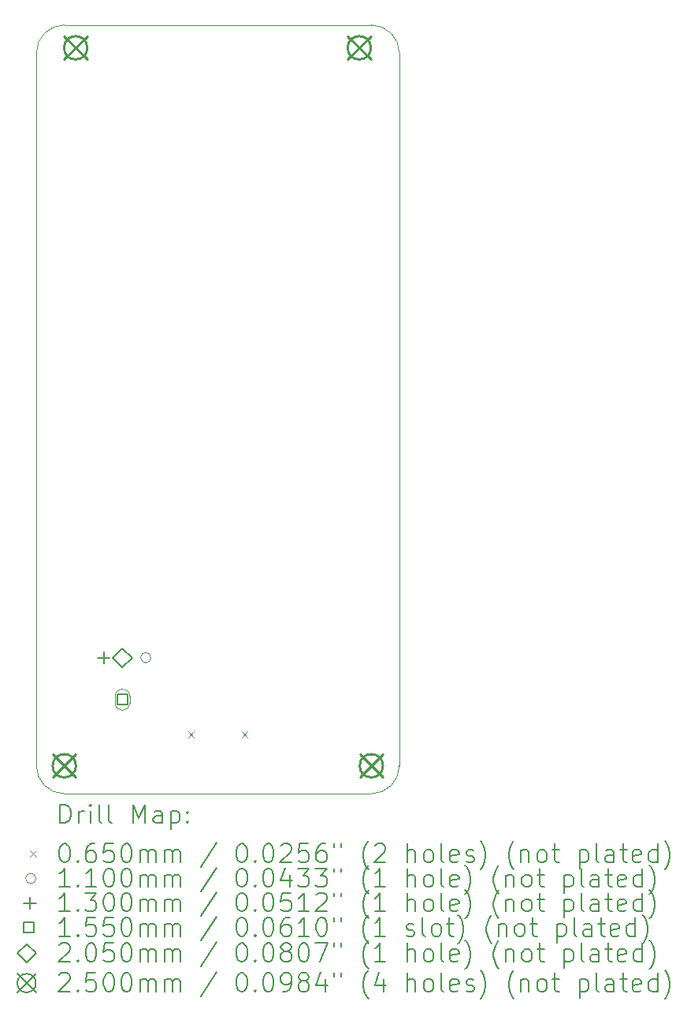
<source format=gbr>
%TF.GenerationSoftware,KiCad,Pcbnew,8.0.6*%
%TF.CreationDate,2024-11-14T19:13:37+01:00*%
%TF.ProjectId,AxxSolder,41787853-6f6c-4646-9572-2e6b69636164,rev?*%
%TF.SameCoordinates,Original*%
%TF.FileFunction,Drillmap*%
%TF.FilePolarity,Positive*%
%FSLAX45Y45*%
G04 Gerber Fmt 4.5, Leading zero omitted, Abs format (unit mm)*
G04 Created by KiCad (PCBNEW 8.0.6) date 2024-11-14 19:13:37*
%MOMM*%
%LPD*%
G01*
G04 APERTURE LIST*
%ADD10C,0.100000*%
%ADD11C,0.200000*%
%ADD12C,0.110000*%
%ADD13C,0.130000*%
%ADD14C,0.155000*%
%ADD15C,0.205000*%
%ADD16C,0.250000*%
G04 APERTURE END LIST*
D10*
X20000000Y-7050000D02*
X20000000Y-14700000D01*
X16100000Y-7050000D02*
G75*
G02*
X16400000Y-6750000I300000J0D01*
G01*
X19700000Y-6750000D02*
G75*
G02*
X20000000Y-7050000I0J-300000D01*
G01*
X16400000Y-15000000D02*
G75*
G02*
X16100000Y-14700000I0J300000D01*
G01*
X20000000Y-14700000D02*
G75*
G02*
X19700000Y-15000000I-300000J0D01*
G01*
X16100000Y-14700000D02*
X16100000Y-7050000D01*
X16400000Y-6750000D02*
X19700000Y-6750000D01*
X19700000Y-15000000D02*
X16400000Y-15000000D01*
D11*
D10*
X17728500Y-14332200D02*
X17793500Y-14397200D01*
X17793500Y-14332200D02*
X17728500Y-14397200D01*
X18306500Y-14332200D02*
X18371500Y-14397200D01*
X18371500Y-14332200D02*
X18306500Y-14397200D01*
D12*
X17330000Y-13540000D02*
G75*
G02*
X17220000Y-13540000I-55000J0D01*
G01*
X17220000Y-13540000D02*
G75*
G02*
X17330000Y-13540000I55000J0D01*
G01*
D13*
X16825000Y-13475000D02*
X16825000Y-13605000D01*
X16760000Y-13540000D02*
X16890000Y-13540000D01*
D14*
X17079801Y-14044801D02*
X17079801Y-13935199D01*
X16970199Y-13935199D01*
X16970199Y-14044801D01*
X17079801Y-14044801D01*
D10*
X16947500Y-13952500D02*
X16947500Y-14027500D01*
X17102500Y-14027500D02*
G75*
G02*
X16947500Y-14027500I-77500J0D01*
G01*
X17102500Y-14027500D02*
X17102500Y-13952500D01*
X17102500Y-13952500D02*
G75*
G03*
X16947500Y-13952500I-77500J0D01*
G01*
D15*
X17025000Y-13642500D02*
X17127500Y-13540000D01*
X17025000Y-13437500D01*
X16922500Y-13540000D01*
X17025000Y-13642500D01*
D16*
X16275000Y-14575000D02*
X16525000Y-14825000D01*
X16525000Y-14575000D02*
X16275000Y-14825000D01*
X16525000Y-14700000D02*
G75*
G02*
X16275000Y-14700000I-125000J0D01*
G01*
X16275000Y-14700000D02*
G75*
G02*
X16525000Y-14700000I125000J0D01*
G01*
X16397000Y-6870000D02*
X16647000Y-7120000D01*
X16647000Y-6870000D02*
X16397000Y-7120000D01*
X16647000Y-6995000D02*
G75*
G02*
X16397000Y-6995000I-125000J0D01*
G01*
X16397000Y-6995000D02*
G75*
G02*
X16647000Y-6995000I125000J0D01*
G01*
X19445000Y-6870000D02*
X19695000Y-7120000D01*
X19695000Y-6870000D02*
X19445000Y-7120000D01*
X19695000Y-6995000D02*
G75*
G02*
X19445000Y-6995000I-125000J0D01*
G01*
X19445000Y-6995000D02*
G75*
G02*
X19695000Y-6995000I125000J0D01*
G01*
X19575000Y-14575000D02*
X19825000Y-14825000D01*
X19825000Y-14575000D02*
X19575000Y-14825000D01*
X19825000Y-14700000D02*
G75*
G02*
X19575000Y-14700000I-125000J0D01*
G01*
X19575000Y-14700000D02*
G75*
G02*
X19825000Y-14700000I125000J0D01*
G01*
D11*
X16355777Y-15316484D02*
X16355777Y-15116484D01*
X16355777Y-15116484D02*
X16403396Y-15116484D01*
X16403396Y-15116484D02*
X16431967Y-15126008D01*
X16431967Y-15126008D02*
X16451015Y-15145055D01*
X16451015Y-15145055D02*
X16460539Y-15164103D01*
X16460539Y-15164103D02*
X16470062Y-15202198D01*
X16470062Y-15202198D02*
X16470062Y-15230769D01*
X16470062Y-15230769D02*
X16460539Y-15268865D01*
X16460539Y-15268865D02*
X16451015Y-15287912D01*
X16451015Y-15287912D02*
X16431967Y-15306960D01*
X16431967Y-15306960D02*
X16403396Y-15316484D01*
X16403396Y-15316484D02*
X16355777Y-15316484D01*
X16555777Y-15316484D02*
X16555777Y-15183150D01*
X16555777Y-15221246D02*
X16565301Y-15202198D01*
X16565301Y-15202198D02*
X16574824Y-15192674D01*
X16574824Y-15192674D02*
X16593872Y-15183150D01*
X16593872Y-15183150D02*
X16612920Y-15183150D01*
X16679586Y-15316484D02*
X16679586Y-15183150D01*
X16679586Y-15116484D02*
X16670062Y-15126008D01*
X16670062Y-15126008D02*
X16679586Y-15135531D01*
X16679586Y-15135531D02*
X16689110Y-15126008D01*
X16689110Y-15126008D02*
X16679586Y-15116484D01*
X16679586Y-15116484D02*
X16679586Y-15135531D01*
X16803396Y-15316484D02*
X16784348Y-15306960D01*
X16784348Y-15306960D02*
X16774824Y-15287912D01*
X16774824Y-15287912D02*
X16774824Y-15116484D01*
X16908158Y-15316484D02*
X16889110Y-15306960D01*
X16889110Y-15306960D02*
X16879586Y-15287912D01*
X16879586Y-15287912D02*
X16879586Y-15116484D01*
X17136729Y-15316484D02*
X17136729Y-15116484D01*
X17136729Y-15116484D02*
X17203396Y-15259341D01*
X17203396Y-15259341D02*
X17270063Y-15116484D01*
X17270063Y-15116484D02*
X17270063Y-15316484D01*
X17451015Y-15316484D02*
X17451015Y-15211722D01*
X17451015Y-15211722D02*
X17441491Y-15192674D01*
X17441491Y-15192674D02*
X17422444Y-15183150D01*
X17422444Y-15183150D02*
X17384348Y-15183150D01*
X17384348Y-15183150D02*
X17365301Y-15192674D01*
X17451015Y-15306960D02*
X17431967Y-15316484D01*
X17431967Y-15316484D02*
X17384348Y-15316484D01*
X17384348Y-15316484D02*
X17365301Y-15306960D01*
X17365301Y-15306960D02*
X17355777Y-15287912D01*
X17355777Y-15287912D02*
X17355777Y-15268865D01*
X17355777Y-15268865D02*
X17365301Y-15249817D01*
X17365301Y-15249817D02*
X17384348Y-15240293D01*
X17384348Y-15240293D02*
X17431967Y-15240293D01*
X17431967Y-15240293D02*
X17451015Y-15230769D01*
X17546253Y-15183150D02*
X17546253Y-15383150D01*
X17546253Y-15192674D02*
X17565301Y-15183150D01*
X17565301Y-15183150D02*
X17603396Y-15183150D01*
X17603396Y-15183150D02*
X17622444Y-15192674D01*
X17622444Y-15192674D02*
X17631967Y-15202198D01*
X17631967Y-15202198D02*
X17641491Y-15221246D01*
X17641491Y-15221246D02*
X17641491Y-15278388D01*
X17641491Y-15278388D02*
X17631967Y-15297436D01*
X17631967Y-15297436D02*
X17622444Y-15306960D01*
X17622444Y-15306960D02*
X17603396Y-15316484D01*
X17603396Y-15316484D02*
X17565301Y-15316484D01*
X17565301Y-15316484D02*
X17546253Y-15306960D01*
X17727205Y-15297436D02*
X17736729Y-15306960D01*
X17736729Y-15306960D02*
X17727205Y-15316484D01*
X17727205Y-15316484D02*
X17717682Y-15306960D01*
X17717682Y-15306960D02*
X17727205Y-15297436D01*
X17727205Y-15297436D02*
X17727205Y-15316484D01*
X17727205Y-15192674D02*
X17736729Y-15202198D01*
X17736729Y-15202198D02*
X17727205Y-15211722D01*
X17727205Y-15211722D02*
X17717682Y-15202198D01*
X17717682Y-15202198D02*
X17727205Y-15192674D01*
X17727205Y-15192674D02*
X17727205Y-15211722D01*
D10*
X16030000Y-15612500D02*
X16095000Y-15677500D01*
X16095000Y-15612500D02*
X16030000Y-15677500D01*
D11*
X16393872Y-15536484D02*
X16412920Y-15536484D01*
X16412920Y-15536484D02*
X16431967Y-15546008D01*
X16431967Y-15546008D02*
X16441491Y-15555531D01*
X16441491Y-15555531D02*
X16451015Y-15574579D01*
X16451015Y-15574579D02*
X16460539Y-15612674D01*
X16460539Y-15612674D02*
X16460539Y-15660293D01*
X16460539Y-15660293D02*
X16451015Y-15698388D01*
X16451015Y-15698388D02*
X16441491Y-15717436D01*
X16441491Y-15717436D02*
X16431967Y-15726960D01*
X16431967Y-15726960D02*
X16412920Y-15736484D01*
X16412920Y-15736484D02*
X16393872Y-15736484D01*
X16393872Y-15736484D02*
X16374824Y-15726960D01*
X16374824Y-15726960D02*
X16365301Y-15717436D01*
X16365301Y-15717436D02*
X16355777Y-15698388D01*
X16355777Y-15698388D02*
X16346253Y-15660293D01*
X16346253Y-15660293D02*
X16346253Y-15612674D01*
X16346253Y-15612674D02*
X16355777Y-15574579D01*
X16355777Y-15574579D02*
X16365301Y-15555531D01*
X16365301Y-15555531D02*
X16374824Y-15546008D01*
X16374824Y-15546008D02*
X16393872Y-15536484D01*
X16546253Y-15717436D02*
X16555777Y-15726960D01*
X16555777Y-15726960D02*
X16546253Y-15736484D01*
X16546253Y-15736484D02*
X16536729Y-15726960D01*
X16536729Y-15726960D02*
X16546253Y-15717436D01*
X16546253Y-15717436D02*
X16546253Y-15736484D01*
X16727205Y-15536484D02*
X16689110Y-15536484D01*
X16689110Y-15536484D02*
X16670062Y-15546008D01*
X16670062Y-15546008D02*
X16660539Y-15555531D01*
X16660539Y-15555531D02*
X16641491Y-15584103D01*
X16641491Y-15584103D02*
X16631967Y-15622198D01*
X16631967Y-15622198D02*
X16631967Y-15698388D01*
X16631967Y-15698388D02*
X16641491Y-15717436D01*
X16641491Y-15717436D02*
X16651015Y-15726960D01*
X16651015Y-15726960D02*
X16670062Y-15736484D01*
X16670062Y-15736484D02*
X16708158Y-15736484D01*
X16708158Y-15736484D02*
X16727205Y-15726960D01*
X16727205Y-15726960D02*
X16736729Y-15717436D01*
X16736729Y-15717436D02*
X16746253Y-15698388D01*
X16746253Y-15698388D02*
X16746253Y-15650769D01*
X16746253Y-15650769D02*
X16736729Y-15631722D01*
X16736729Y-15631722D02*
X16727205Y-15622198D01*
X16727205Y-15622198D02*
X16708158Y-15612674D01*
X16708158Y-15612674D02*
X16670062Y-15612674D01*
X16670062Y-15612674D02*
X16651015Y-15622198D01*
X16651015Y-15622198D02*
X16641491Y-15631722D01*
X16641491Y-15631722D02*
X16631967Y-15650769D01*
X16927205Y-15536484D02*
X16831967Y-15536484D01*
X16831967Y-15536484D02*
X16822444Y-15631722D01*
X16822444Y-15631722D02*
X16831967Y-15622198D01*
X16831967Y-15622198D02*
X16851015Y-15612674D01*
X16851015Y-15612674D02*
X16898634Y-15612674D01*
X16898634Y-15612674D02*
X16917682Y-15622198D01*
X16917682Y-15622198D02*
X16927205Y-15631722D01*
X16927205Y-15631722D02*
X16936729Y-15650769D01*
X16936729Y-15650769D02*
X16936729Y-15698388D01*
X16936729Y-15698388D02*
X16927205Y-15717436D01*
X16927205Y-15717436D02*
X16917682Y-15726960D01*
X16917682Y-15726960D02*
X16898634Y-15736484D01*
X16898634Y-15736484D02*
X16851015Y-15736484D01*
X16851015Y-15736484D02*
X16831967Y-15726960D01*
X16831967Y-15726960D02*
X16822444Y-15717436D01*
X17060539Y-15536484D02*
X17079586Y-15536484D01*
X17079586Y-15536484D02*
X17098634Y-15546008D01*
X17098634Y-15546008D02*
X17108158Y-15555531D01*
X17108158Y-15555531D02*
X17117682Y-15574579D01*
X17117682Y-15574579D02*
X17127205Y-15612674D01*
X17127205Y-15612674D02*
X17127205Y-15660293D01*
X17127205Y-15660293D02*
X17117682Y-15698388D01*
X17117682Y-15698388D02*
X17108158Y-15717436D01*
X17108158Y-15717436D02*
X17098634Y-15726960D01*
X17098634Y-15726960D02*
X17079586Y-15736484D01*
X17079586Y-15736484D02*
X17060539Y-15736484D01*
X17060539Y-15736484D02*
X17041491Y-15726960D01*
X17041491Y-15726960D02*
X17031967Y-15717436D01*
X17031967Y-15717436D02*
X17022444Y-15698388D01*
X17022444Y-15698388D02*
X17012920Y-15660293D01*
X17012920Y-15660293D02*
X17012920Y-15612674D01*
X17012920Y-15612674D02*
X17022444Y-15574579D01*
X17022444Y-15574579D02*
X17031967Y-15555531D01*
X17031967Y-15555531D02*
X17041491Y-15546008D01*
X17041491Y-15546008D02*
X17060539Y-15536484D01*
X17212920Y-15736484D02*
X17212920Y-15603150D01*
X17212920Y-15622198D02*
X17222444Y-15612674D01*
X17222444Y-15612674D02*
X17241491Y-15603150D01*
X17241491Y-15603150D02*
X17270063Y-15603150D01*
X17270063Y-15603150D02*
X17289110Y-15612674D01*
X17289110Y-15612674D02*
X17298634Y-15631722D01*
X17298634Y-15631722D02*
X17298634Y-15736484D01*
X17298634Y-15631722D02*
X17308158Y-15612674D01*
X17308158Y-15612674D02*
X17327205Y-15603150D01*
X17327205Y-15603150D02*
X17355777Y-15603150D01*
X17355777Y-15603150D02*
X17374825Y-15612674D01*
X17374825Y-15612674D02*
X17384348Y-15631722D01*
X17384348Y-15631722D02*
X17384348Y-15736484D01*
X17479586Y-15736484D02*
X17479586Y-15603150D01*
X17479586Y-15622198D02*
X17489110Y-15612674D01*
X17489110Y-15612674D02*
X17508158Y-15603150D01*
X17508158Y-15603150D02*
X17536729Y-15603150D01*
X17536729Y-15603150D02*
X17555777Y-15612674D01*
X17555777Y-15612674D02*
X17565301Y-15631722D01*
X17565301Y-15631722D02*
X17565301Y-15736484D01*
X17565301Y-15631722D02*
X17574825Y-15612674D01*
X17574825Y-15612674D02*
X17593872Y-15603150D01*
X17593872Y-15603150D02*
X17622444Y-15603150D01*
X17622444Y-15603150D02*
X17641491Y-15612674D01*
X17641491Y-15612674D02*
X17651015Y-15631722D01*
X17651015Y-15631722D02*
X17651015Y-15736484D01*
X18041491Y-15526960D02*
X17870063Y-15784103D01*
X18298634Y-15536484D02*
X18317682Y-15536484D01*
X18317682Y-15536484D02*
X18336729Y-15546008D01*
X18336729Y-15546008D02*
X18346253Y-15555531D01*
X18346253Y-15555531D02*
X18355777Y-15574579D01*
X18355777Y-15574579D02*
X18365301Y-15612674D01*
X18365301Y-15612674D02*
X18365301Y-15660293D01*
X18365301Y-15660293D02*
X18355777Y-15698388D01*
X18355777Y-15698388D02*
X18346253Y-15717436D01*
X18346253Y-15717436D02*
X18336729Y-15726960D01*
X18336729Y-15726960D02*
X18317682Y-15736484D01*
X18317682Y-15736484D02*
X18298634Y-15736484D01*
X18298634Y-15736484D02*
X18279587Y-15726960D01*
X18279587Y-15726960D02*
X18270063Y-15717436D01*
X18270063Y-15717436D02*
X18260539Y-15698388D01*
X18260539Y-15698388D02*
X18251015Y-15660293D01*
X18251015Y-15660293D02*
X18251015Y-15612674D01*
X18251015Y-15612674D02*
X18260539Y-15574579D01*
X18260539Y-15574579D02*
X18270063Y-15555531D01*
X18270063Y-15555531D02*
X18279587Y-15546008D01*
X18279587Y-15546008D02*
X18298634Y-15536484D01*
X18451015Y-15717436D02*
X18460539Y-15726960D01*
X18460539Y-15726960D02*
X18451015Y-15736484D01*
X18451015Y-15736484D02*
X18441491Y-15726960D01*
X18441491Y-15726960D02*
X18451015Y-15717436D01*
X18451015Y-15717436D02*
X18451015Y-15736484D01*
X18584348Y-15536484D02*
X18603396Y-15536484D01*
X18603396Y-15536484D02*
X18622444Y-15546008D01*
X18622444Y-15546008D02*
X18631968Y-15555531D01*
X18631968Y-15555531D02*
X18641491Y-15574579D01*
X18641491Y-15574579D02*
X18651015Y-15612674D01*
X18651015Y-15612674D02*
X18651015Y-15660293D01*
X18651015Y-15660293D02*
X18641491Y-15698388D01*
X18641491Y-15698388D02*
X18631968Y-15717436D01*
X18631968Y-15717436D02*
X18622444Y-15726960D01*
X18622444Y-15726960D02*
X18603396Y-15736484D01*
X18603396Y-15736484D02*
X18584348Y-15736484D01*
X18584348Y-15736484D02*
X18565301Y-15726960D01*
X18565301Y-15726960D02*
X18555777Y-15717436D01*
X18555777Y-15717436D02*
X18546253Y-15698388D01*
X18546253Y-15698388D02*
X18536729Y-15660293D01*
X18536729Y-15660293D02*
X18536729Y-15612674D01*
X18536729Y-15612674D02*
X18546253Y-15574579D01*
X18546253Y-15574579D02*
X18555777Y-15555531D01*
X18555777Y-15555531D02*
X18565301Y-15546008D01*
X18565301Y-15546008D02*
X18584348Y-15536484D01*
X18727206Y-15555531D02*
X18736729Y-15546008D01*
X18736729Y-15546008D02*
X18755777Y-15536484D01*
X18755777Y-15536484D02*
X18803396Y-15536484D01*
X18803396Y-15536484D02*
X18822444Y-15546008D01*
X18822444Y-15546008D02*
X18831968Y-15555531D01*
X18831968Y-15555531D02*
X18841491Y-15574579D01*
X18841491Y-15574579D02*
X18841491Y-15593627D01*
X18841491Y-15593627D02*
X18831968Y-15622198D01*
X18831968Y-15622198D02*
X18717682Y-15736484D01*
X18717682Y-15736484D02*
X18841491Y-15736484D01*
X19022444Y-15536484D02*
X18927206Y-15536484D01*
X18927206Y-15536484D02*
X18917682Y-15631722D01*
X18917682Y-15631722D02*
X18927206Y-15622198D01*
X18927206Y-15622198D02*
X18946253Y-15612674D01*
X18946253Y-15612674D02*
X18993872Y-15612674D01*
X18993872Y-15612674D02*
X19012920Y-15622198D01*
X19012920Y-15622198D02*
X19022444Y-15631722D01*
X19022444Y-15631722D02*
X19031968Y-15650769D01*
X19031968Y-15650769D02*
X19031968Y-15698388D01*
X19031968Y-15698388D02*
X19022444Y-15717436D01*
X19022444Y-15717436D02*
X19012920Y-15726960D01*
X19012920Y-15726960D02*
X18993872Y-15736484D01*
X18993872Y-15736484D02*
X18946253Y-15736484D01*
X18946253Y-15736484D02*
X18927206Y-15726960D01*
X18927206Y-15726960D02*
X18917682Y-15717436D01*
X19203396Y-15536484D02*
X19165301Y-15536484D01*
X19165301Y-15536484D02*
X19146253Y-15546008D01*
X19146253Y-15546008D02*
X19136729Y-15555531D01*
X19136729Y-15555531D02*
X19117682Y-15584103D01*
X19117682Y-15584103D02*
X19108158Y-15622198D01*
X19108158Y-15622198D02*
X19108158Y-15698388D01*
X19108158Y-15698388D02*
X19117682Y-15717436D01*
X19117682Y-15717436D02*
X19127206Y-15726960D01*
X19127206Y-15726960D02*
X19146253Y-15736484D01*
X19146253Y-15736484D02*
X19184349Y-15736484D01*
X19184349Y-15736484D02*
X19203396Y-15726960D01*
X19203396Y-15726960D02*
X19212920Y-15717436D01*
X19212920Y-15717436D02*
X19222444Y-15698388D01*
X19222444Y-15698388D02*
X19222444Y-15650769D01*
X19222444Y-15650769D02*
X19212920Y-15631722D01*
X19212920Y-15631722D02*
X19203396Y-15622198D01*
X19203396Y-15622198D02*
X19184349Y-15612674D01*
X19184349Y-15612674D02*
X19146253Y-15612674D01*
X19146253Y-15612674D02*
X19127206Y-15622198D01*
X19127206Y-15622198D02*
X19117682Y-15631722D01*
X19117682Y-15631722D02*
X19108158Y-15650769D01*
X19298634Y-15536484D02*
X19298634Y-15574579D01*
X19374825Y-15536484D02*
X19374825Y-15574579D01*
X19670063Y-15812674D02*
X19660539Y-15803150D01*
X19660539Y-15803150D02*
X19641491Y-15774579D01*
X19641491Y-15774579D02*
X19631968Y-15755531D01*
X19631968Y-15755531D02*
X19622444Y-15726960D01*
X19622444Y-15726960D02*
X19612920Y-15679341D01*
X19612920Y-15679341D02*
X19612920Y-15641246D01*
X19612920Y-15641246D02*
X19622444Y-15593627D01*
X19622444Y-15593627D02*
X19631968Y-15565055D01*
X19631968Y-15565055D02*
X19641491Y-15546008D01*
X19641491Y-15546008D02*
X19660539Y-15517436D01*
X19660539Y-15517436D02*
X19670063Y-15507912D01*
X19736730Y-15555531D02*
X19746253Y-15546008D01*
X19746253Y-15546008D02*
X19765301Y-15536484D01*
X19765301Y-15536484D02*
X19812920Y-15536484D01*
X19812920Y-15536484D02*
X19831968Y-15546008D01*
X19831968Y-15546008D02*
X19841491Y-15555531D01*
X19841491Y-15555531D02*
X19851015Y-15574579D01*
X19851015Y-15574579D02*
X19851015Y-15593627D01*
X19851015Y-15593627D02*
X19841491Y-15622198D01*
X19841491Y-15622198D02*
X19727206Y-15736484D01*
X19727206Y-15736484D02*
X19851015Y-15736484D01*
X20089111Y-15736484D02*
X20089111Y-15536484D01*
X20174825Y-15736484D02*
X20174825Y-15631722D01*
X20174825Y-15631722D02*
X20165301Y-15612674D01*
X20165301Y-15612674D02*
X20146253Y-15603150D01*
X20146253Y-15603150D02*
X20117682Y-15603150D01*
X20117682Y-15603150D02*
X20098634Y-15612674D01*
X20098634Y-15612674D02*
X20089111Y-15622198D01*
X20298634Y-15736484D02*
X20279587Y-15726960D01*
X20279587Y-15726960D02*
X20270063Y-15717436D01*
X20270063Y-15717436D02*
X20260539Y-15698388D01*
X20260539Y-15698388D02*
X20260539Y-15641246D01*
X20260539Y-15641246D02*
X20270063Y-15622198D01*
X20270063Y-15622198D02*
X20279587Y-15612674D01*
X20279587Y-15612674D02*
X20298634Y-15603150D01*
X20298634Y-15603150D02*
X20327206Y-15603150D01*
X20327206Y-15603150D02*
X20346253Y-15612674D01*
X20346253Y-15612674D02*
X20355777Y-15622198D01*
X20355777Y-15622198D02*
X20365301Y-15641246D01*
X20365301Y-15641246D02*
X20365301Y-15698388D01*
X20365301Y-15698388D02*
X20355777Y-15717436D01*
X20355777Y-15717436D02*
X20346253Y-15726960D01*
X20346253Y-15726960D02*
X20327206Y-15736484D01*
X20327206Y-15736484D02*
X20298634Y-15736484D01*
X20479587Y-15736484D02*
X20460539Y-15726960D01*
X20460539Y-15726960D02*
X20451015Y-15707912D01*
X20451015Y-15707912D02*
X20451015Y-15536484D01*
X20631968Y-15726960D02*
X20612920Y-15736484D01*
X20612920Y-15736484D02*
X20574825Y-15736484D01*
X20574825Y-15736484D02*
X20555777Y-15726960D01*
X20555777Y-15726960D02*
X20546253Y-15707912D01*
X20546253Y-15707912D02*
X20546253Y-15631722D01*
X20546253Y-15631722D02*
X20555777Y-15612674D01*
X20555777Y-15612674D02*
X20574825Y-15603150D01*
X20574825Y-15603150D02*
X20612920Y-15603150D01*
X20612920Y-15603150D02*
X20631968Y-15612674D01*
X20631968Y-15612674D02*
X20641492Y-15631722D01*
X20641492Y-15631722D02*
X20641492Y-15650769D01*
X20641492Y-15650769D02*
X20546253Y-15669817D01*
X20717682Y-15726960D02*
X20736730Y-15736484D01*
X20736730Y-15736484D02*
X20774825Y-15736484D01*
X20774825Y-15736484D02*
X20793873Y-15726960D01*
X20793873Y-15726960D02*
X20803396Y-15707912D01*
X20803396Y-15707912D02*
X20803396Y-15698388D01*
X20803396Y-15698388D02*
X20793873Y-15679341D01*
X20793873Y-15679341D02*
X20774825Y-15669817D01*
X20774825Y-15669817D02*
X20746253Y-15669817D01*
X20746253Y-15669817D02*
X20727206Y-15660293D01*
X20727206Y-15660293D02*
X20717682Y-15641246D01*
X20717682Y-15641246D02*
X20717682Y-15631722D01*
X20717682Y-15631722D02*
X20727206Y-15612674D01*
X20727206Y-15612674D02*
X20746253Y-15603150D01*
X20746253Y-15603150D02*
X20774825Y-15603150D01*
X20774825Y-15603150D02*
X20793873Y-15612674D01*
X20870063Y-15812674D02*
X20879587Y-15803150D01*
X20879587Y-15803150D02*
X20898634Y-15774579D01*
X20898634Y-15774579D02*
X20908158Y-15755531D01*
X20908158Y-15755531D02*
X20917682Y-15726960D01*
X20917682Y-15726960D02*
X20927206Y-15679341D01*
X20927206Y-15679341D02*
X20927206Y-15641246D01*
X20927206Y-15641246D02*
X20917682Y-15593627D01*
X20917682Y-15593627D02*
X20908158Y-15565055D01*
X20908158Y-15565055D02*
X20898634Y-15546008D01*
X20898634Y-15546008D02*
X20879587Y-15517436D01*
X20879587Y-15517436D02*
X20870063Y-15507912D01*
X21231968Y-15812674D02*
X21222444Y-15803150D01*
X21222444Y-15803150D02*
X21203396Y-15774579D01*
X21203396Y-15774579D02*
X21193873Y-15755531D01*
X21193873Y-15755531D02*
X21184349Y-15726960D01*
X21184349Y-15726960D02*
X21174825Y-15679341D01*
X21174825Y-15679341D02*
X21174825Y-15641246D01*
X21174825Y-15641246D02*
X21184349Y-15593627D01*
X21184349Y-15593627D02*
X21193873Y-15565055D01*
X21193873Y-15565055D02*
X21203396Y-15546008D01*
X21203396Y-15546008D02*
X21222444Y-15517436D01*
X21222444Y-15517436D02*
X21231968Y-15507912D01*
X21308158Y-15603150D02*
X21308158Y-15736484D01*
X21308158Y-15622198D02*
X21317682Y-15612674D01*
X21317682Y-15612674D02*
X21336730Y-15603150D01*
X21336730Y-15603150D02*
X21365301Y-15603150D01*
X21365301Y-15603150D02*
X21384349Y-15612674D01*
X21384349Y-15612674D02*
X21393873Y-15631722D01*
X21393873Y-15631722D02*
X21393873Y-15736484D01*
X21517682Y-15736484D02*
X21498634Y-15726960D01*
X21498634Y-15726960D02*
X21489111Y-15717436D01*
X21489111Y-15717436D02*
X21479587Y-15698388D01*
X21479587Y-15698388D02*
X21479587Y-15641246D01*
X21479587Y-15641246D02*
X21489111Y-15622198D01*
X21489111Y-15622198D02*
X21498634Y-15612674D01*
X21498634Y-15612674D02*
X21517682Y-15603150D01*
X21517682Y-15603150D02*
X21546254Y-15603150D01*
X21546254Y-15603150D02*
X21565301Y-15612674D01*
X21565301Y-15612674D02*
X21574825Y-15622198D01*
X21574825Y-15622198D02*
X21584349Y-15641246D01*
X21584349Y-15641246D02*
X21584349Y-15698388D01*
X21584349Y-15698388D02*
X21574825Y-15717436D01*
X21574825Y-15717436D02*
X21565301Y-15726960D01*
X21565301Y-15726960D02*
X21546254Y-15736484D01*
X21546254Y-15736484D02*
X21517682Y-15736484D01*
X21641492Y-15603150D02*
X21717682Y-15603150D01*
X21670063Y-15536484D02*
X21670063Y-15707912D01*
X21670063Y-15707912D02*
X21679587Y-15726960D01*
X21679587Y-15726960D02*
X21698634Y-15736484D01*
X21698634Y-15736484D02*
X21717682Y-15736484D01*
X21936730Y-15603150D02*
X21936730Y-15803150D01*
X21936730Y-15612674D02*
X21955777Y-15603150D01*
X21955777Y-15603150D02*
X21993873Y-15603150D01*
X21993873Y-15603150D02*
X22012920Y-15612674D01*
X22012920Y-15612674D02*
X22022444Y-15622198D01*
X22022444Y-15622198D02*
X22031968Y-15641246D01*
X22031968Y-15641246D02*
X22031968Y-15698388D01*
X22031968Y-15698388D02*
X22022444Y-15717436D01*
X22022444Y-15717436D02*
X22012920Y-15726960D01*
X22012920Y-15726960D02*
X21993873Y-15736484D01*
X21993873Y-15736484D02*
X21955777Y-15736484D01*
X21955777Y-15736484D02*
X21936730Y-15726960D01*
X22146254Y-15736484D02*
X22127206Y-15726960D01*
X22127206Y-15726960D02*
X22117682Y-15707912D01*
X22117682Y-15707912D02*
X22117682Y-15536484D01*
X22308158Y-15736484D02*
X22308158Y-15631722D01*
X22308158Y-15631722D02*
X22298635Y-15612674D01*
X22298635Y-15612674D02*
X22279587Y-15603150D01*
X22279587Y-15603150D02*
X22241492Y-15603150D01*
X22241492Y-15603150D02*
X22222444Y-15612674D01*
X22308158Y-15726960D02*
X22289111Y-15736484D01*
X22289111Y-15736484D02*
X22241492Y-15736484D01*
X22241492Y-15736484D02*
X22222444Y-15726960D01*
X22222444Y-15726960D02*
X22212920Y-15707912D01*
X22212920Y-15707912D02*
X22212920Y-15688865D01*
X22212920Y-15688865D02*
X22222444Y-15669817D01*
X22222444Y-15669817D02*
X22241492Y-15660293D01*
X22241492Y-15660293D02*
X22289111Y-15660293D01*
X22289111Y-15660293D02*
X22308158Y-15650769D01*
X22374825Y-15603150D02*
X22451015Y-15603150D01*
X22403396Y-15536484D02*
X22403396Y-15707912D01*
X22403396Y-15707912D02*
X22412920Y-15726960D01*
X22412920Y-15726960D02*
X22431968Y-15736484D01*
X22431968Y-15736484D02*
X22451015Y-15736484D01*
X22593873Y-15726960D02*
X22574825Y-15736484D01*
X22574825Y-15736484D02*
X22536730Y-15736484D01*
X22536730Y-15736484D02*
X22517682Y-15726960D01*
X22517682Y-15726960D02*
X22508158Y-15707912D01*
X22508158Y-15707912D02*
X22508158Y-15631722D01*
X22508158Y-15631722D02*
X22517682Y-15612674D01*
X22517682Y-15612674D02*
X22536730Y-15603150D01*
X22536730Y-15603150D02*
X22574825Y-15603150D01*
X22574825Y-15603150D02*
X22593873Y-15612674D01*
X22593873Y-15612674D02*
X22603396Y-15631722D01*
X22603396Y-15631722D02*
X22603396Y-15650769D01*
X22603396Y-15650769D02*
X22508158Y-15669817D01*
X22774825Y-15736484D02*
X22774825Y-15536484D01*
X22774825Y-15726960D02*
X22755777Y-15736484D01*
X22755777Y-15736484D02*
X22717682Y-15736484D01*
X22717682Y-15736484D02*
X22698634Y-15726960D01*
X22698634Y-15726960D02*
X22689111Y-15717436D01*
X22689111Y-15717436D02*
X22679587Y-15698388D01*
X22679587Y-15698388D02*
X22679587Y-15641246D01*
X22679587Y-15641246D02*
X22689111Y-15622198D01*
X22689111Y-15622198D02*
X22698634Y-15612674D01*
X22698634Y-15612674D02*
X22717682Y-15603150D01*
X22717682Y-15603150D02*
X22755777Y-15603150D01*
X22755777Y-15603150D02*
X22774825Y-15612674D01*
X22851015Y-15812674D02*
X22860539Y-15803150D01*
X22860539Y-15803150D02*
X22879587Y-15774579D01*
X22879587Y-15774579D02*
X22889111Y-15755531D01*
X22889111Y-15755531D02*
X22898634Y-15726960D01*
X22898634Y-15726960D02*
X22908158Y-15679341D01*
X22908158Y-15679341D02*
X22908158Y-15641246D01*
X22908158Y-15641246D02*
X22898634Y-15593627D01*
X22898634Y-15593627D02*
X22889111Y-15565055D01*
X22889111Y-15565055D02*
X22879587Y-15546008D01*
X22879587Y-15546008D02*
X22860539Y-15517436D01*
X22860539Y-15517436D02*
X22851015Y-15507912D01*
D12*
X16095000Y-15909000D02*
G75*
G02*
X15985000Y-15909000I-55000J0D01*
G01*
X15985000Y-15909000D02*
G75*
G02*
X16095000Y-15909000I55000J0D01*
G01*
D11*
X16460539Y-16000484D02*
X16346253Y-16000484D01*
X16403396Y-16000484D02*
X16403396Y-15800484D01*
X16403396Y-15800484D02*
X16384348Y-15829055D01*
X16384348Y-15829055D02*
X16365301Y-15848103D01*
X16365301Y-15848103D02*
X16346253Y-15857627D01*
X16546253Y-15981436D02*
X16555777Y-15990960D01*
X16555777Y-15990960D02*
X16546253Y-16000484D01*
X16546253Y-16000484D02*
X16536729Y-15990960D01*
X16536729Y-15990960D02*
X16546253Y-15981436D01*
X16546253Y-15981436D02*
X16546253Y-16000484D01*
X16746253Y-16000484D02*
X16631967Y-16000484D01*
X16689110Y-16000484D02*
X16689110Y-15800484D01*
X16689110Y-15800484D02*
X16670062Y-15829055D01*
X16670062Y-15829055D02*
X16651015Y-15848103D01*
X16651015Y-15848103D02*
X16631967Y-15857627D01*
X16870063Y-15800484D02*
X16889110Y-15800484D01*
X16889110Y-15800484D02*
X16908158Y-15810008D01*
X16908158Y-15810008D02*
X16917682Y-15819531D01*
X16917682Y-15819531D02*
X16927205Y-15838579D01*
X16927205Y-15838579D02*
X16936729Y-15876674D01*
X16936729Y-15876674D02*
X16936729Y-15924293D01*
X16936729Y-15924293D02*
X16927205Y-15962388D01*
X16927205Y-15962388D02*
X16917682Y-15981436D01*
X16917682Y-15981436D02*
X16908158Y-15990960D01*
X16908158Y-15990960D02*
X16889110Y-16000484D01*
X16889110Y-16000484D02*
X16870063Y-16000484D01*
X16870063Y-16000484D02*
X16851015Y-15990960D01*
X16851015Y-15990960D02*
X16841491Y-15981436D01*
X16841491Y-15981436D02*
X16831967Y-15962388D01*
X16831967Y-15962388D02*
X16822444Y-15924293D01*
X16822444Y-15924293D02*
X16822444Y-15876674D01*
X16822444Y-15876674D02*
X16831967Y-15838579D01*
X16831967Y-15838579D02*
X16841491Y-15819531D01*
X16841491Y-15819531D02*
X16851015Y-15810008D01*
X16851015Y-15810008D02*
X16870063Y-15800484D01*
X17060539Y-15800484D02*
X17079586Y-15800484D01*
X17079586Y-15800484D02*
X17098634Y-15810008D01*
X17098634Y-15810008D02*
X17108158Y-15819531D01*
X17108158Y-15819531D02*
X17117682Y-15838579D01*
X17117682Y-15838579D02*
X17127205Y-15876674D01*
X17127205Y-15876674D02*
X17127205Y-15924293D01*
X17127205Y-15924293D02*
X17117682Y-15962388D01*
X17117682Y-15962388D02*
X17108158Y-15981436D01*
X17108158Y-15981436D02*
X17098634Y-15990960D01*
X17098634Y-15990960D02*
X17079586Y-16000484D01*
X17079586Y-16000484D02*
X17060539Y-16000484D01*
X17060539Y-16000484D02*
X17041491Y-15990960D01*
X17041491Y-15990960D02*
X17031967Y-15981436D01*
X17031967Y-15981436D02*
X17022444Y-15962388D01*
X17022444Y-15962388D02*
X17012920Y-15924293D01*
X17012920Y-15924293D02*
X17012920Y-15876674D01*
X17012920Y-15876674D02*
X17022444Y-15838579D01*
X17022444Y-15838579D02*
X17031967Y-15819531D01*
X17031967Y-15819531D02*
X17041491Y-15810008D01*
X17041491Y-15810008D02*
X17060539Y-15800484D01*
X17212920Y-16000484D02*
X17212920Y-15867150D01*
X17212920Y-15886198D02*
X17222444Y-15876674D01*
X17222444Y-15876674D02*
X17241491Y-15867150D01*
X17241491Y-15867150D02*
X17270063Y-15867150D01*
X17270063Y-15867150D02*
X17289110Y-15876674D01*
X17289110Y-15876674D02*
X17298634Y-15895722D01*
X17298634Y-15895722D02*
X17298634Y-16000484D01*
X17298634Y-15895722D02*
X17308158Y-15876674D01*
X17308158Y-15876674D02*
X17327205Y-15867150D01*
X17327205Y-15867150D02*
X17355777Y-15867150D01*
X17355777Y-15867150D02*
X17374825Y-15876674D01*
X17374825Y-15876674D02*
X17384348Y-15895722D01*
X17384348Y-15895722D02*
X17384348Y-16000484D01*
X17479586Y-16000484D02*
X17479586Y-15867150D01*
X17479586Y-15886198D02*
X17489110Y-15876674D01*
X17489110Y-15876674D02*
X17508158Y-15867150D01*
X17508158Y-15867150D02*
X17536729Y-15867150D01*
X17536729Y-15867150D02*
X17555777Y-15876674D01*
X17555777Y-15876674D02*
X17565301Y-15895722D01*
X17565301Y-15895722D02*
X17565301Y-16000484D01*
X17565301Y-15895722D02*
X17574825Y-15876674D01*
X17574825Y-15876674D02*
X17593872Y-15867150D01*
X17593872Y-15867150D02*
X17622444Y-15867150D01*
X17622444Y-15867150D02*
X17641491Y-15876674D01*
X17641491Y-15876674D02*
X17651015Y-15895722D01*
X17651015Y-15895722D02*
X17651015Y-16000484D01*
X18041491Y-15790960D02*
X17870063Y-16048103D01*
X18298634Y-15800484D02*
X18317682Y-15800484D01*
X18317682Y-15800484D02*
X18336729Y-15810008D01*
X18336729Y-15810008D02*
X18346253Y-15819531D01*
X18346253Y-15819531D02*
X18355777Y-15838579D01*
X18355777Y-15838579D02*
X18365301Y-15876674D01*
X18365301Y-15876674D02*
X18365301Y-15924293D01*
X18365301Y-15924293D02*
X18355777Y-15962388D01*
X18355777Y-15962388D02*
X18346253Y-15981436D01*
X18346253Y-15981436D02*
X18336729Y-15990960D01*
X18336729Y-15990960D02*
X18317682Y-16000484D01*
X18317682Y-16000484D02*
X18298634Y-16000484D01*
X18298634Y-16000484D02*
X18279587Y-15990960D01*
X18279587Y-15990960D02*
X18270063Y-15981436D01*
X18270063Y-15981436D02*
X18260539Y-15962388D01*
X18260539Y-15962388D02*
X18251015Y-15924293D01*
X18251015Y-15924293D02*
X18251015Y-15876674D01*
X18251015Y-15876674D02*
X18260539Y-15838579D01*
X18260539Y-15838579D02*
X18270063Y-15819531D01*
X18270063Y-15819531D02*
X18279587Y-15810008D01*
X18279587Y-15810008D02*
X18298634Y-15800484D01*
X18451015Y-15981436D02*
X18460539Y-15990960D01*
X18460539Y-15990960D02*
X18451015Y-16000484D01*
X18451015Y-16000484D02*
X18441491Y-15990960D01*
X18441491Y-15990960D02*
X18451015Y-15981436D01*
X18451015Y-15981436D02*
X18451015Y-16000484D01*
X18584348Y-15800484D02*
X18603396Y-15800484D01*
X18603396Y-15800484D02*
X18622444Y-15810008D01*
X18622444Y-15810008D02*
X18631968Y-15819531D01*
X18631968Y-15819531D02*
X18641491Y-15838579D01*
X18641491Y-15838579D02*
X18651015Y-15876674D01*
X18651015Y-15876674D02*
X18651015Y-15924293D01*
X18651015Y-15924293D02*
X18641491Y-15962388D01*
X18641491Y-15962388D02*
X18631968Y-15981436D01*
X18631968Y-15981436D02*
X18622444Y-15990960D01*
X18622444Y-15990960D02*
X18603396Y-16000484D01*
X18603396Y-16000484D02*
X18584348Y-16000484D01*
X18584348Y-16000484D02*
X18565301Y-15990960D01*
X18565301Y-15990960D02*
X18555777Y-15981436D01*
X18555777Y-15981436D02*
X18546253Y-15962388D01*
X18546253Y-15962388D02*
X18536729Y-15924293D01*
X18536729Y-15924293D02*
X18536729Y-15876674D01*
X18536729Y-15876674D02*
X18546253Y-15838579D01*
X18546253Y-15838579D02*
X18555777Y-15819531D01*
X18555777Y-15819531D02*
X18565301Y-15810008D01*
X18565301Y-15810008D02*
X18584348Y-15800484D01*
X18822444Y-15867150D02*
X18822444Y-16000484D01*
X18774825Y-15790960D02*
X18727206Y-15933817D01*
X18727206Y-15933817D02*
X18851015Y-15933817D01*
X18908158Y-15800484D02*
X19031968Y-15800484D01*
X19031968Y-15800484D02*
X18965301Y-15876674D01*
X18965301Y-15876674D02*
X18993872Y-15876674D01*
X18993872Y-15876674D02*
X19012920Y-15886198D01*
X19012920Y-15886198D02*
X19022444Y-15895722D01*
X19022444Y-15895722D02*
X19031968Y-15914769D01*
X19031968Y-15914769D02*
X19031968Y-15962388D01*
X19031968Y-15962388D02*
X19022444Y-15981436D01*
X19022444Y-15981436D02*
X19012920Y-15990960D01*
X19012920Y-15990960D02*
X18993872Y-16000484D01*
X18993872Y-16000484D02*
X18936729Y-16000484D01*
X18936729Y-16000484D02*
X18917682Y-15990960D01*
X18917682Y-15990960D02*
X18908158Y-15981436D01*
X19098634Y-15800484D02*
X19222444Y-15800484D01*
X19222444Y-15800484D02*
X19155777Y-15876674D01*
X19155777Y-15876674D02*
X19184349Y-15876674D01*
X19184349Y-15876674D02*
X19203396Y-15886198D01*
X19203396Y-15886198D02*
X19212920Y-15895722D01*
X19212920Y-15895722D02*
X19222444Y-15914769D01*
X19222444Y-15914769D02*
X19222444Y-15962388D01*
X19222444Y-15962388D02*
X19212920Y-15981436D01*
X19212920Y-15981436D02*
X19203396Y-15990960D01*
X19203396Y-15990960D02*
X19184349Y-16000484D01*
X19184349Y-16000484D02*
X19127206Y-16000484D01*
X19127206Y-16000484D02*
X19108158Y-15990960D01*
X19108158Y-15990960D02*
X19098634Y-15981436D01*
X19298634Y-15800484D02*
X19298634Y-15838579D01*
X19374825Y-15800484D02*
X19374825Y-15838579D01*
X19670063Y-16076674D02*
X19660539Y-16067150D01*
X19660539Y-16067150D02*
X19641491Y-16038579D01*
X19641491Y-16038579D02*
X19631968Y-16019531D01*
X19631968Y-16019531D02*
X19622444Y-15990960D01*
X19622444Y-15990960D02*
X19612920Y-15943341D01*
X19612920Y-15943341D02*
X19612920Y-15905246D01*
X19612920Y-15905246D02*
X19622444Y-15857627D01*
X19622444Y-15857627D02*
X19631968Y-15829055D01*
X19631968Y-15829055D02*
X19641491Y-15810008D01*
X19641491Y-15810008D02*
X19660539Y-15781436D01*
X19660539Y-15781436D02*
X19670063Y-15771912D01*
X19851015Y-16000484D02*
X19736730Y-16000484D01*
X19793872Y-16000484D02*
X19793872Y-15800484D01*
X19793872Y-15800484D02*
X19774825Y-15829055D01*
X19774825Y-15829055D02*
X19755777Y-15848103D01*
X19755777Y-15848103D02*
X19736730Y-15857627D01*
X20089111Y-16000484D02*
X20089111Y-15800484D01*
X20174825Y-16000484D02*
X20174825Y-15895722D01*
X20174825Y-15895722D02*
X20165301Y-15876674D01*
X20165301Y-15876674D02*
X20146253Y-15867150D01*
X20146253Y-15867150D02*
X20117682Y-15867150D01*
X20117682Y-15867150D02*
X20098634Y-15876674D01*
X20098634Y-15876674D02*
X20089111Y-15886198D01*
X20298634Y-16000484D02*
X20279587Y-15990960D01*
X20279587Y-15990960D02*
X20270063Y-15981436D01*
X20270063Y-15981436D02*
X20260539Y-15962388D01*
X20260539Y-15962388D02*
X20260539Y-15905246D01*
X20260539Y-15905246D02*
X20270063Y-15886198D01*
X20270063Y-15886198D02*
X20279587Y-15876674D01*
X20279587Y-15876674D02*
X20298634Y-15867150D01*
X20298634Y-15867150D02*
X20327206Y-15867150D01*
X20327206Y-15867150D02*
X20346253Y-15876674D01*
X20346253Y-15876674D02*
X20355777Y-15886198D01*
X20355777Y-15886198D02*
X20365301Y-15905246D01*
X20365301Y-15905246D02*
X20365301Y-15962388D01*
X20365301Y-15962388D02*
X20355777Y-15981436D01*
X20355777Y-15981436D02*
X20346253Y-15990960D01*
X20346253Y-15990960D02*
X20327206Y-16000484D01*
X20327206Y-16000484D02*
X20298634Y-16000484D01*
X20479587Y-16000484D02*
X20460539Y-15990960D01*
X20460539Y-15990960D02*
X20451015Y-15971912D01*
X20451015Y-15971912D02*
X20451015Y-15800484D01*
X20631968Y-15990960D02*
X20612920Y-16000484D01*
X20612920Y-16000484D02*
X20574825Y-16000484D01*
X20574825Y-16000484D02*
X20555777Y-15990960D01*
X20555777Y-15990960D02*
X20546253Y-15971912D01*
X20546253Y-15971912D02*
X20546253Y-15895722D01*
X20546253Y-15895722D02*
X20555777Y-15876674D01*
X20555777Y-15876674D02*
X20574825Y-15867150D01*
X20574825Y-15867150D02*
X20612920Y-15867150D01*
X20612920Y-15867150D02*
X20631968Y-15876674D01*
X20631968Y-15876674D02*
X20641492Y-15895722D01*
X20641492Y-15895722D02*
X20641492Y-15914769D01*
X20641492Y-15914769D02*
X20546253Y-15933817D01*
X20708158Y-16076674D02*
X20717682Y-16067150D01*
X20717682Y-16067150D02*
X20736730Y-16038579D01*
X20736730Y-16038579D02*
X20746253Y-16019531D01*
X20746253Y-16019531D02*
X20755777Y-15990960D01*
X20755777Y-15990960D02*
X20765301Y-15943341D01*
X20765301Y-15943341D02*
X20765301Y-15905246D01*
X20765301Y-15905246D02*
X20755777Y-15857627D01*
X20755777Y-15857627D02*
X20746253Y-15829055D01*
X20746253Y-15829055D02*
X20736730Y-15810008D01*
X20736730Y-15810008D02*
X20717682Y-15781436D01*
X20717682Y-15781436D02*
X20708158Y-15771912D01*
X21070063Y-16076674D02*
X21060539Y-16067150D01*
X21060539Y-16067150D02*
X21041492Y-16038579D01*
X21041492Y-16038579D02*
X21031968Y-16019531D01*
X21031968Y-16019531D02*
X21022444Y-15990960D01*
X21022444Y-15990960D02*
X21012920Y-15943341D01*
X21012920Y-15943341D02*
X21012920Y-15905246D01*
X21012920Y-15905246D02*
X21022444Y-15857627D01*
X21022444Y-15857627D02*
X21031968Y-15829055D01*
X21031968Y-15829055D02*
X21041492Y-15810008D01*
X21041492Y-15810008D02*
X21060539Y-15781436D01*
X21060539Y-15781436D02*
X21070063Y-15771912D01*
X21146253Y-15867150D02*
X21146253Y-16000484D01*
X21146253Y-15886198D02*
X21155777Y-15876674D01*
X21155777Y-15876674D02*
X21174825Y-15867150D01*
X21174825Y-15867150D02*
X21203396Y-15867150D01*
X21203396Y-15867150D02*
X21222444Y-15876674D01*
X21222444Y-15876674D02*
X21231968Y-15895722D01*
X21231968Y-15895722D02*
X21231968Y-16000484D01*
X21355777Y-16000484D02*
X21336730Y-15990960D01*
X21336730Y-15990960D02*
X21327206Y-15981436D01*
X21327206Y-15981436D02*
X21317682Y-15962388D01*
X21317682Y-15962388D02*
X21317682Y-15905246D01*
X21317682Y-15905246D02*
X21327206Y-15886198D01*
X21327206Y-15886198D02*
X21336730Y-15876674D01*
X21336730Y-15876674D02*
X21355777Y-15867150D01*
X21355777Y-15867150D02*
X21384349Y-15867150D01*
X21384349Y-15867150D02*
X21403396Y-15876674D01*
X21403396Y-15876674D02*
X21412920Y-15886198D01*
X21412920Y-15886198D02*
X21422444Y-15905246D01*
X21422444Y-15905246D02*
X21422444Y-15962388D01*
X21422444Y-15962388D02*
X21412920Y-15981436D01*
X21412920Y-15981436D02*
X21403396Y-15990960D01*
X21403396Y-15990960D02*
X21384349Y-16000484D01*
X21384349Y-16000484D02*
X21355777Y-16000484D01*
X21479587Y-15867150D02*
X21555777Y-15867150D01*
X21508158Y-15800484D02*
X21508158Y-15971912D01*
X21508158Y-15971912D02*
X21517682Y-15990960D01*
X21517682Y-15990960D02*
X21536730Y-16000484D01*
X21536730Y-16000484D02*
X21555777Y-16000484D01*
X21774825Y-15867150D02*
X21774825Y-16067150D01*
X21774825Y-15876674D02*
X21793873Y-15867150D01*
X21793873Y-15867150D02*
X21831968Y-15867150D01*
X21831968Y-15867150D02*
X21851015Y-15876674D01*
X21851015Y-15876674D02*
X21860539Y-15886198D01*
X21860539Y-15886198D02*
X21870063Y-15905246D01*
X21870063Y-15905246D02*
X21870063Y-15962388D01*
X21870063Y-15962388D02*
X21860539Y-15981436D01*
X21860539Y-15981436D02*
X21851015Y-15990960D01*
X21851015Y-15990960D02*
X21831968Y-16000484D01*
X21831968Y-16000484D02*
X21793873Y-16000484D01*
X21793873Y-16000484D02*
X21774825Y-15990960D01*
X21984349Y-16000484D02*
X21965301Y-15990960D01*
X21965301Y-15990960D02*
X21955777Y-15971912D01*
X21955777Y-15971912D02*
X21955777Y-15800484D01*
X22146254Y-16000484D02*
X22146254Y-15895722D01*
X22146254Y-15895722D02*
X22136730Y-15876674D01*
X22136730Y-15876674D02*
X22117682Y-15867150D01*
X22117682Y-15867150D02*
X22079587Y-15867150D01*
X22079587Y-15867150D02*
X22060539Y-15876674D01*
X22146254Y-15990960D02*
X22127206Y-16000484D01*
X22127206Y-16000484D02*
X22079587Y-16000484D01*
X22079587Y-16000484D02*
X22060539Y-15990960D01*
X22060539Y-15990960D02*
X22051015Y-15971912D01*
X22051015Y-15971912D02*
X22051015Y-15952865D01*
X22051015Y-15952865D02*
X22060539Y-15933817D01*
X22060539Y-15933817D02*
X22079587Y-15924293D01*
X22079587Y-15924293D02*
X22127206Y-15924293D01*
X22127206Y-15924293D02*
X22146254Y-15914769D01*
X22212920Y-15867150D02*
X22289111Y-15867150D01*
X22241492Y-15800484D02*
X22241492Y-15971912D01*
X22241492Y-15971912D02*
X22251015Y-15990960D01*
X22251015Y-15990960D02*
X22270063Y-16000484D01*
X22270063Y-16000484D02*
X22289111Y-16000484D01*
X22431968Y-15990960D02*
X22412920Y-16000484D01*
X22412920Y-16000484D02*
X22374825Y-16000484D01*
X22374825Y-16000484D02*
X22355777Y-15990960D01*
X22355777Y-15990960D02*
X22346254Y-15971912D01*
X22346254Y-15971912D02*
X22346254Y-15895722D01*
X22346254Y-15895722D02*
X22355777Y-15876674D01*
X22355777Y-15876674D02*
X22374825Y-15867150D01*
X22374825Y-15867150D02*
X22412920Y-15867150D01*
X22412920Y-15867150D02*
X22431968Y-15876674D01*
X22431968Y-15876674D02*
X22441492Y-15895722D01*
X22441492Y-15895722D02*
X22441492Y-15914769D01*
X22441492Y-15914769D02*
X22346254Y-15933817D01*
X22612920Y-16000484D02*
X22612920Y-15800484D01*
X22612920Y-15990960D02*
X22593873Y-16000484D01*
X22593873Y-16000484D02*
X22555777Y-16000484D01*
X22555777Y-16000484D02*
X22536730Y-15990960D01*
X22536730Y-15990960D02*
X22527206Y-15981436D01*
X22527206Y-15981436D02*
X22517682Y-15962388D01*
X22517682Y-15962388D02*
X22517682Y-15905246D01*
X22517682Y-15905246D02*
X22527206Y-15886198D01*
X22527206Y-15886198D02*
X22536730Y-15876674D01*
X22536730Y-15876674D02*
X22555777Y-15867150D01*
X22555777Y-15867150D02*
X22593873Y-15867150D01*
X22593873Y-15867150D02*
X22612920Y-15876674D01*
X22689111Y-16076674D02*
X22698634Y-16067150D01*
X22698634Y-16067150D02*
X22717682Y-16038579D01*
X22717682Y-16038579D02*
X22727206Y-16019531D01*
X22727206Y-16019531D02*
X22736730Y-15990960D01*
X22736730Y-15990960D02*
X22746253Y-15943341D01*
X22746253Y-15943341D02*
X22746253Y-15905246D01*
X22746253Y-15905246D02*
X22736730Y-15857627D01*
X22736730Y-15857627D02*
X22727206Y-15829055D01*
X22727206Y-15829055D02*
X22717682Y-15810008D01*
X22717682Y-15810008D02*
X22698634Y-15781436D01*
X22698634Y-15781436D02*
X22689111Y-15771912D01*
D13*
X16030000Y-16108000D02*
X16030000Y-16238000D01*
X15965000Y-16173000D02*
X16095000Y-16173000D01*
D11*
X16460539Y-16264484D02*
X16346253Y-16264484D01*
X16403396Y-16264484D02*
X16403396Y-16064484D01*
X16403396Y-16064484D02*
X16384348Y-16093055D01*
X16384348Y-16093055D02*
X16365301Y-16112103D01*
X16365301Y-16112103D02*
X16346253Y-16121627D01*
X16546253Y-16245436D02*
X16555777Y-16254960D01*
X16555777Y-16254960D02*
X16546253Y-16264484D01*
X16546253Y-16264484D02*
X16536729Y-16254960D01*
X16536729Y-16254960D02*
X16546253Y-16245436D01*
X16546253Y-16245436D02*
X16546253Y-16264484D01*
X16622443Y-16064484D02*
X16746253Y-16064484D01*
X16746253Y-16064484D02*
X16679586Y-16140674D01*
X16679586Y-16140674D02*
X16708158Y-16140674D01*
X16708158Y-16140674D02*
X16727205Y-16150198D01*
X16727205Y-16150198D02*
X16736729Y-16159722D01*
X16736729Y-16159722D02*
X16746253Y-16178769D01*
X16746253Y-16178769D02*
X16746253Y-16226388D01*
X16746253Y-16226388D02*
X16736729Y-16245436D01*
X16736729Y-16245436D02*
X16727205Y-16254960D01*
X16727205Y-16254960D02*
X16708158Y-16264484D01*
X16708158Y-16264484D02*
X16651015Y-16264484D01*
X16651015Y-16264484D02*
X16631967Y-16254960D01*
X16631967Y-16254960D02*
X16622443Y-16245436D01*
X16870063Y-16064484D02*
X16889110Y-16064484D01*
X16889110Y-16064484D02*
X16908158Y-16074008D01*
X16908158Y-16074008D02*
X16917682Y-16083531D01*
X16917682Y-16083531D02*
X16927205Y-16102579D01*
X16927205Y-16102579D02*
X16936729Y-16140674D01*
X16936729Y-16140674D02*
X16936729Y-16188293D01*
X16936729Y-16188293D02*
X16927205Y-16226388D01*
X16927205Y-16226388D02*
X16917682Y-16245436D01*
X16917682Y-16245436D02*
X16908158Y-16254960D01*
X16908158Y-16254960D02*
X16889110Y-16264484D01*
X16889110Y-16264484D02*
X16870063Y-16264484D01*
X16870063Y-16264484D02*
X16851015Y-16254960D01*
X16851015Y-16254960D02*
X16841491Y-16245436D01*
X16841491Y-16245436D02*
X16831967Y-16226388D01*
X16831967Y-16226388D02*
X16822444Y-16188293D01*
X16822444Y-16188293D02*
X16822444Y-16140674D01*
X16822444Y-16140674D02*
X16831967Y-16102579D01*
X16831967Y-16102579D02*
X16841491Y-16083531D01*
X16841491Y-16083531D02*
X16851015Y-16074008D01*
X16851015Y-16074008D02*
X16870063Y-16064484D01*
X17060539Y-16064484D02*
X17079586Y-16064484D01*
X17079586Y-16064484D02*
X17098634Y-16074008D01*
X17098634Y-16074008D02*
X17108158Y-16083531D01*
X17108158Y-16083531D02*
X17117682Y-16102579D01*
X17117682Y-16102579D02*
X17127205Y-16140674D01*
X17127205Y-16140674D02*
X17127205Y-16188293D01*
X17127205Y-16188293D02*
X17117682Y-16226388D01*
X17117682Y-16226388D02*
X17108158Y-16245436D01*
X17108158Y-16245436D02*
X17098634Y-16254960D01*
X17098634Y-16254960D02*
X17079586Y-16264484D01*
X17079586Y-16264484D02*
X17060539Y-16264484D01*
X17060539Y-16264484D02*
X17041491Y-16254960D01*
X17041491Y-16254960D02*
X17031967Y-16245436D01*
X17031967Y-16245436D02*
X17022444Y-16226388D01*
X17022444Y-16226388D02*
X17012920Y-16188293D01*
X17012920Y-16188293D02*
X17012920Y-16140674D01*
X17012920Y-16140674D02*
X17022444Y-16102579D01*
X17022444Y-16102579D02*
X17031967Y-16083531D01*
X17031967Y-16083531D02*
X17041491Y-16074008D01*
X17041491Y-16074008D02*
X17060539Y-16064484D01*
X17212920Y-16264484D02*
X17212920Y-16131150D01*
X17212920Y-16150198D02*
X17222444Y-16140674D01*
X17222444Y-16140674D02*
X17241491Y-16131150D01*
X17241491Y-16131150D02*
X17270063Y-16131150D01*
X17270063Y-16131150D02*
X17289110Y-16140674D01*
X17289110Y-16140674D02*
X17298634Y-16159722D01*
X17298634Y-16159722D02*
X17298634Y-16264484D01*
X17298634Y-16159722D02*
X17308158Y-16140674D01*
X17308158Y-16140674D02*
X17327205Y-16131150D01*
X17327205Y-16131150D02*
X17355777Y-16131150D01*
X17355777Y-16131150D02*
X17374825Y-16140674D01*
X17374825Y-16140674D02*
X17384348Y-16159722D01*
X17384348Y-16159722D02*
X17384348Y-16264484D01*
X17479586Y-16264484D02*
X17479586Y-16131150D01*
X17479586Y-16150198D02*
X17489110Y-16140674D01*
X17489110Y-16140674D02*
X17508158Y-16131150D01*
X17508158Y-16131150D02*
X17536729Y-16131150D01*
X17536729Y-16131150D02*
X17555777Y-16140674D01*
X17555777Y-16140674D02*
X17565301Y-16159722D01*
X17565301Y-16159722D02*
X17565301Y-16264484D01*
X17565301Y-16159722D02*
X17574825Y-16140674D01*
X17574825Y-16140674D02*
X17593872Y-16131150D01*
X17593872Y-16131150D02*
X17622444Y-16131150D01*
X17622444Y-16131150D02*
X17641491Y-16140674D01*
X17641491Y-16140674D02*
X17651015Y-16159722D01*
X17651015Y-16159722D02*
X17651015Y-16264484D01*
X18041491Y-16054960D02*
X17870063Y-16312103D01*
X18298634Y-16064484D02*
X18317682Y-16064484D01*
X18317682Y-16064484D02*
X18336729Y-16074008D01*
X18336729Y-16074008D02*
X18346253Y-16083531D01*
X18346253Y-16083531D02*
X18355777Y-16102579D01*
X18355777Y-16102579D02*
X18365301Y-16140674D01*
X18365301Y-16140674D02*
X18365301Y-16188293D01*
X18365301Y-16188293D02*
X18355777Y-16226388D01*
X18355777Y-16226388D02*
X18346253Y-16245436D01*
X18346253Y-16245436D02*
X18336729Y-16254960D01*
X18336729Y-16254960D02*
X18317682Y-16264484D01*
X18317682Y-16264484D02*
X18298634Y-16264484D01*
X18298634Y-16264484D02*
X18279587Y-16254960D01*
X18279587Y-16254960D02*
X18270063Y-16245436D01*
X18270063Y-16245436D02*
X18260539Y-16226388D01*
X18260539Y-16226388D02*
X18251015Y-16188293D01*
X18251015Y-16188293D02*
X18251015Y-16140674D01*
X18251015Y-16140674D02*
X18260539Y-16102579D01*
X18260539Y-16102579D02*
X18270063Y-16083531D01*
X18270063Y-16083531D02*
X18279587Y-16074008D01*
X18279587Y-16074008D02*
X18298634Y-16064484D01*
X18451015Y-16245436D02*
X18460539Y-16254960D01*
X18460539Y-16254960D02*
X18451015Y-16264484D01*
X18451015Y-16264484D02*
X18441491Y-16254960D01*
X18441491Y-16254960D02*
X18451015Y-16245436D01*
X18451015Y-16245436D02*
X18451015Y-16264484D01*
X18584348Y-16064484D02*
X18603396Y-16064484D01*
X18603396Y-16064484D02*
X18622444Y-16074008D01*
X18622444Y-16074008D02*
X18631968Y-16083531D01*
X18631968Y-16083531D02*
X18641491Y-16102579D01*
X18641491Y-16102579D02*
X18651015Y-16140674D01*
X18651015Y-16140674D02*
X18651015Y-16188293D01*
X18651015Y-16188293D02*
X18641491Y-16226388D01*
X18641491Y-16226388D02*
X18631968Y-16245436D01*
X18631968Y-16245436D02*
X18622444Y-16254960D01*
X18622444Y-16254960D02*
X18603396Y-16264484D01*
X18603396Y-16264484D02*
X18584348Y-16264484D01*
X18584348Y-16264484D02*
X18565301Y-16254960D01*
X18565301Y-16254960D02*
X18555777Y-16245436D01*
X18555777Y-16245436D02*
X18546253Y-16226388D01*
X18546253Y-16226388D02*
X18536729Y-16188293D01*
X18536729Y-16188293D02*
X18536729Y-16140674D01*
X18536729Y-16140674D02*
X18546253Y-16102579D01*
X18546253Y-16102579D02*
X18555777Y-16083531D01*
X18555777Y-16083531D02*
X18565301Y-16074008D01*
X18565301Y-16074008D02*
X18584348Y-16064484D01*
X18831968Y-16064484D02*
X18736729Y-16064484D01*
X18736729Y-16064484D02*
X18727206Y-16159722D01*
X18727206Y-16159722D02*
X18736729Y-16150198D01*
X18736729Y-16150198D02*
X18755777Y-16140674D01*
X18755777Y-16140674D02*
X18803396Y-16140674D01*
X18803396Y-16140674D02*
X18822444Y-16150198D01*
X18822444Y-16150198D02*
X18831968Y-16159722D01*
X18831968Y-16159722D02*
X18841491Y-16178769D01*
X18841491Y-16178769D02*
X18841491Y-16226388D01*
X18841491Y-16226388D02*
X18831968Y-16245436D01*
X18831968Y-16245436D02*
X18822444Y-16254960D01*
X18822444Y-16254960D02*
X18803396Y-16264484D01*
X18803396Y-16264484D02*
X18755777Y-16264484D01*
X18755777Y-16264484D02*
X18736729Y-16254960D01*
X18736729Y-16254960D02*
X18727206Y-16245436D01*
X19031968Y-16264484D02*
X18917682Y-16264484D01*
X18974825Y-16264484D02*
X18974825Y-16064484D01*
X18974825Y-16064484D02*
X18955777Y-16093055D01*
X18955777Y-16093055D02*
X18936729Y-16112103D01*
X18936729Y-16112103D02*
X18917682Y-16121627D01*
X19108158Y-16083531D02*
X19117682Y-16074008D01*
X19117682Y-16074008D02*
X19136729Y-16064484D01*
X19136729Y-16064484D02*
X19184349Y-16064484D01*
X19184349Y-16064484D02*
X19203396Y-16074008D01*
X19203396Y-16074008D02*
X19212920Y-16083531D01*
X19212920Y-16083531D02*
X19222444Y-16102579D01*
X19222444Y-16102579D02*
X19222444Y-16121627D01*
X19222444Y-16121627D02*
X19212920Y-16150198D01*
X19212920Y-16150198D02*
X19098634Y-16264484D01*
X19098634Y-16264484D02*
X19222444Y-16264484D01*
X19298634Y-16064484D02*
X19298634Y-16102579D01*
X19374825Y-16064484D02*
X19374825Y-16102579D01*
X19670063Y-16340674D02*
X19660539Y-16331150D01*
X19660539Y-16331150D02*
X19641491Y-16302579D01*
X19641491Y-16302579D02*
X19631968Y-16283531D01*
X19631968Y-16283531D02*
X19622444Y-16254960D01*
X19622444Y-16254960D02*
X19612920Y-16207341D01*
X19612920Y-16207341D02*
X19612920Y-16169246D01*
X19612920Y-16169246D02*
X19622444Y-16121627D01*
X19622444Y-16121627D02*
X19631968Y-16093055D01*
X19631968Y-16093055D02*
X19641491Y-16074008D01*
X19641491Y-16074008D02*
X19660539Y-16045436D01*
X19660539Y-16045436D02*
X19670063Y-16035912D01*
X19851015Y-16264484D02*
X19736730Y-16264484D01*
X19793872Y-16264484D02*
X19793872Y-16064484D01*
X19793872Y-16064484D02*
X19774825Y-16093055D01*
X19774825Y-16093055D02*
X19755777Y-16112103D01*
X19755777Y-16112103D02*
X19736730Y-16121627D01*
X20089111Y-16264484D02*
X20089111Y-16064484D01*
X20174825Y-16264484D02*
X20174825Y-16159722D01*
X20174825Y-16159722D02*
X20165301Y-16140674D01*
X20165301Y-16140674D02*
X20146253Y-16131150D01*
X20146253Y-16131150D02*
X20117682Y-16131150D01*
X20117682Y-16131150D02*
X20098634Y-16140674D01*
X20098634Y-16140674D02*
X20089111Y-16150198D01*
X20298634Y-16264484D02*
X20279587Y-16254960D01*
X20279587Y-16254960D02*
X20270063Y-16245436D01*
X20270063Y-16245436D02*
X20260539Y-16226388D01*
X20260539Y-16226388D02*
X20260539Y-16169246D01*
X20260539Y-16169246D02*
X20270063Y-16150198D01*
X20270063Y-16150198D02*
X20279587Y-16140674D01*
X20279587Y-16140674D02*
X20298634Y-16131150D01*
X20298634Y-16131150D02*
X20327206Y-16131150D01*
X20327206Y-16131150D02*
X20346253Y-16140674D01*
X20346253Y-16140674D02*
X20355777Y-16150198D01*
X20355777Y-16150198D02*
X20365301Y-16169246D01*
X20365301Y-16169246D02*
X20365301Y-16226388D01*
X20365301Y-16226388D02*
X20355777Y-16245436D01*
X20355777Y-16245436D02*
X20346253Y-16254960D01*
X20346253Y-16254960D02*
X20327206Y-16264484D01*
X20327206Y-16264484D02*
X20298634Y-16264484D01*
X20479587Y-16264484D02*
X20460539Y-16254960D01*
X20460539Y-16254960D02*
X20451015Y-16235912D01*
X20451015Y-16235912D02*
X20451015Y-16064484D01*
X20631968Y-16254960D02*
X20612920Y-16264484D01*
X20612920Y-16264484D02*
X20574825Y-16264484D01*
X20574825Y-16264484D02*
X20555777Y-16254960D01*
X20555777Y-16254960D02*
X20546253Y-16235912D01*
X20546253Y-16235912D02*
X20546253Y-16159722D01*
X20546253Y-16159722D02*
X20555777Y-16140674D01*
X20555777Y-16140674D02*
X20574825Y-16131150D01*
X20574825Y-16131150D02*
X20612920Y-16131150D01*
X20612920Y-16131150D02*
X20631968Y-16140674D01*
X20631968Y-16140674D02*
X20641492Y-16159722D01*
X20641492Y-16159722D02*
X20641492Y-16178769D01*
X20641492Y-16178769D02*
X20546253Y-16197817D01*
X20708158Y-16340674D02*
X20717682Y-16331150D01*
X20717682Y-16331150D02*
X20736730Y-16302579D01*
X20736730Y-16302579D02*
X20746253Y-16283531D01*
X20746253Y-16283531D02*
X20755777Y-16254960D01*
X20755777Y-16254960D02*
X20765301Y-16207341D01*
X20765301Y-16207341D02*
X20765301Y-16169246D01*
X20765301Y-16169246D02*
X20755777Y-16121627D01*
X20755777Y-16121627D02*
X20746253Y-16093055D01*
X20746253Y-16093055D02*
X20736730Y-16074008D01*
X20736730Y-16074008D02*
X20717682Y-16045436D01*
X20717682Y-16045436D02*
X20708158Y-16035912D01*
X21070063Y-16340674D02*
X21060539Y-16331150D01*
X21060539Y-16331150D02*
X21041492Y-16302579D01*
X21041492Y-16302579D02*
X21031968Y-16283531D01*
X21031968Y-16283531D02*
X21022444Y-16254960D01*
X21022444Y-16254960D02*
X21012920Y-16207341D01*
X21012920Y-16207341D02*
X21012920Y-16169246D01*
X21012920Y-16169246D02*
X21022444Y-16121627D01*
X21022444Y-16121627D02*
X21031968Y-16093055D01*
X21031968Y-16093055D02*
X21041492Y-16074008D01*
X21041492Y-16074008D02*
X21060539Y-16045436D01*
X21060539Y-16045436D02*
X21070063Y-16035912D01*
X21146253Y-16131150D02*
X21146253Y-16264484D01*
X21146253Y-16150198D02*
X21155777Y-16140674D01*
X21155777Y-16140674D02*
X21174825Y-16131150D01*
X21174825Y-16131150D02*
X21203396Y-16131150D01*
X21203396Y-16131150D02*
X21222444Y-16140674D01*
X21222444Y-16140674D02*
X21231968Y-16159722D01*
X21231968Y-16159722D02*
X21231968Y-16264484D01*
X21355777Y-16264484D02*
X21336730Y-16254960D01*
X21336730Y-16254960D02*
X21327206Y-16245436D01*
X21327206Y-16245436D02*
X21317682Y-16226388D01*
X21317682Y-16226388D02*
X21317682Y-16169246D01*
X21317682Y-16169246D02*
X21327206Y-16150198D01*
X21327206Y-16150198D02*
X21336730Y-16140674D01*
X21336730Y-16140674D02*
X21355777Y-16131150D01*
X21355777Y-16131150D02*
X21384349Y-16131150D01*
X21384349Y-16131150D02*
X21403396Y-16140674D01*
X21403396Y-16140674D02*
X21412920Y-16150198D01*
X21412920Y-16150198D02*
X21422444Y-16169246D01*
X21422444Y-16169246D02*
X21422444Y-16226388D01*
X21422444Y-16226388D02*
X21412920Y-16245436D01*
X21412920Y-16245436D02*
X21403396Y-16254960D01*
X21403396Y-16254960D02*
X21384349Y-16264484D01*
X21384349Y-16264484D02*
X21355777Y-16264484D01*
X21479587Y-16131150D02*
X21555777Y-16131150D01*
X21508158Y-16064484D02*
X21508158Y-16235912D01*
X21508158Y-16235912D02*
X21517682Y-16254960D01*
X21517682Y-16254960D02*
X21536730Y-16264484D01*
X21536730Y-16264484D02*
X21555777Y-16264484D01*
X21774825Y-16131150D02*
X21774825Y-16331150D01*
X21774825Y-16140674D02*
X21793873Y-16131150D01*
X21793873Y-16131150D02*
X21831968Y-16131150D01*
X21831968Y-16131150D02*
X21851015Y-16140674D01*
X21851015Y-16140674D02*
X21860539Y-16150198D01*
X21860539Y-16150198D02*
X21870063Y-16169246D01*
X21870063Y-16169246D02*
X21870063Y-16226388D01*
X21870063Y-16226388D02*
X21860539Y-16245436D01*
X21860539Y-16245436D02*
X21851015Y-16254960D01*
X21851015Y-16254960D02*
X21831968Y-16264484D01*
X21831968Y-16264484D02*
X21793873Y-16264484D01*
X21793873Y-16264484D02*
X21774825Y-16254960D01*
X21984349Y-16264484D02*
X21965301Y-16254960D01*
X21965301Y-16254960D02*
X21955777Y-16235912D01*
X21955777Y-16235912D02*
X21955777Y-16064484D01*
X22146254Y-16264484D02*
X22146254Y-16159722D01*
X22146254Y-16159722D02*
X22136730Y-16140674D01*
X22136730Y-16140674D02*
X22117682Y-16131150D01*
X22117682Y-16131150D02*
X22079587Y-16131150D01*
X22079587Y-16131150D02*
X22060539Y-16140674D01*
X22146254Y-16254960D02*
X22127206Y-16264484D01*
X22127206Y-16264484D02*
X22079587Y-16264484D01*
X22079587Y-16264484D02*
X22060539Y-16254960D01*
X22060539Y-16254960D02*
X22051015Y-16235912D01*
X22051015Y-16235912D02*
X22051015Y-16216865D01*
X22051015Y-16216865D02*
X22060539Y-16197817D01*
X22060539Y-16197817D02*
X22079587Y-16188293D01*
X22079587Y-16188293D02*
X22127206Y-16188293D01*
X22127206Y-16188293D02*
X22146254Y-16178769D01*
X22212920Y-16131150D02*
X22289111Y-16131150D01*
X22241492Y-16064484D02*
X22241492Y-16235912D01*
X22241492Y-16235912D02*
X22251015Y-16254960D01*
X22251015Y-16254960D02*
X22270063Y-16264484D01*
X22270063Y-16264484D02*
X22289111Y-16264484D01*
X22431968Y-16254960D02*
X22412920Y-16264484D01*
X22412920Y-16264484D02*
X22374825Y-16264484D01*
X22374825Y-16264484D02*
X22355777Y-16254960D01*
X22355777Y-16254960D02*
X22346254Y-16235912D01*
X22346254Y-16235912D02*
X22346254Y-16159722D01*
X22346254Y-16159722D02*
X22355777Y-16140674D01*
X22355777Y-16140674D02*
X22374825Y-16131150D01*
X22374825Y-16131150D02*
X22412920Y-16131150D01*
X22412920Y-16131150D02*
X22431968Y-16140674D01*
X22431968Y-16140674D02*
X22441492Y-16159722D01*
X22441492Y-16159722D02*
X22441492Y-16178769D01*
X22441492Y-16178769D02*
X22346254Y-16197817D01*
X22612920Y-16264484D02*
X22612920Y-16064484D01*
X22612920Y-16254960D02*
X22593873Y-16264484D01*
X22593873Y-16264484D02*
X22555777Y-16264484D01*
X22555777Y-16264484D02*
X22536730Y-16254960D01*
X22536730Y-16254960D02*
X22527206Y-16245436D01*
X22527206Y-16245436D02*
X22517682Y-16226388D01*
X22517682Y-16226388D02*
X22517682Y-16169246D01*
X22517682Y-16169246D02*
X22527206Y-16150198D01*
X22527206Y-16150198D02*
X22536730Y-16140674D01*
X22536730Y-16140674D02*
X22555777Y-16131150D01*
X22555777Y-16131150D02*
X22593873Y-16131150D01*
X22593873Y-16131150D02*
X22612920Y-16140674D01*
X22689111Y-16340674D02*
X22698634Y-16331150D01*
X22698634Y-16331150D02*
X22717682Y-16302579D01*
X22717682Y-16302579D02*
X22727206Y-16283531D01*
X22727206Y-16283531D02*
X22736730Y-16254960D01*
X22736730Y-16254960D02*
X22746253Y-16207341D01*
X22746253Y-16207341D02*
X22746253Y-16169246D01*
X22746253Y-16169246D02*
X22736730Y-16121627D01*
X22736730Y-16121627D02*
X22727206Y-16093055D01*
X22727206Y-16093055D02*
X22717682Y-16074008D01*
X22717682Y-16074008D02*
X22698634Y-16045436D01*
X22698634Y-16045436D02*
X22689111Y-16035912D01*
D14*
X16072301Y-16491801D02*
X16072301Y-16382199D01*
X15962699Y-16382199D01*
X15962699Y-16491801D01*
X16072301Y-16491801D01*
D11*
X16460539Y-16528484D02*
X16346253Y-16528484D01*
X16403396Y-16528484D02*
X16403396Y-16328484D01*
X16403396Y-16328484D02*
X16384348Y-16357055D01*
X16384348Y-16357055D02*
X16365301Y-16376103D01*
X16365301Y-16376103D02*
X16346253Y-16385627D01*
X16546253Y-16509436D02*
X16555777Y-16518960D01*
X16555777Y-16518960D02*
X16546253Y-16528484D01*
X16546253Y-16528484D02*
X16536729Y-16518960D01*
X16536729Y-16518960D02*
X16546253Y-16509436D01*
X16546253Y-16509436D02*
X16546253Y-16528484D01*
X16736729Y-16328484D02*
X16641491Y-16328484D01*
X16641491Y-16328484D02*
X16631967Y-16423722D01*
X16631967Y-16423722D02*
X16641491Y-16414198D01*
X16641491Y-16414198D02*
X16660539Y-16404674D01*
X16660539Y-16404674D02*
X16708158Y-16404674D01*
X16708158Y-16404674D02*
X16727205Y-16414198D01*
X16727205Y-16414198D02*
X16736729Y-16423722D01*
X16736729Y-16423722D02*
X16746253Y-16442769D01*
X16746253Y-16442769D02*
X16746253Y-16490388D01*
X16746253Y-16490388D02*
X16736729Y-16509436D01*
X16736729Y-16509436D02*
X16727205Y-16518960D01*
X16727205Y-16518960D02*
X16708158Y-16528484D01*
X16708158Y-16528484D02*
X16660539Y-16528484D01*
X16660539Y-16528484D02*
X16641491Y-16518960D01*
X16641491Y-16518960D02*
X16631967Y-16509436D01*
X16927205Y-16328484D02*
X16831967Y-16328484D01*
X16831967Y-16328484D02*
X16822444Y-16423722D01*
X16822444Y-16423722D02*
X16831967Y-16414198D01*
X16831967Y-16414198D02*
X16851015Y-16404674D01*
X16851015Y-16404674D02*
X16898634Y-16404674D01*
X16898634Y-16404674D02*
X16917682Y-16414198D01*
X16917682Y-16414198D02*
X16927205Y-16423722D01*
X16927205Y-16423722D02*
X16936729Y-16442769D01*
X16936729Y-16442769D02*
X16936729Y-16490388D01*
X16936729Y-16490388D02*
X16927205Y-16509436D01*
X16927205Y-16509436D02*
X16917682Y-16518960D01*
X16917682Y-16518960D02*
X16898634Y-16528484D01*
X16898634Y-16528484D02*
X16851015Y-16528484D01*
X16851015Y-16528484D02*
X16831967Y-16518960D01*
X16831967Y-16518960D02*
X16822444Y-16509436D01*
X17060539Y-16328484D02*
X17079586Y-16328484D01*
X17079586Y-16328484D02*
X17098634Y-16338008D01*
X17098634Y-16338008D02*
X17108158Y-16347531D01*
X17108158Y-16347531D02*
X17117682Y-16366579D01*
X17117682Y-16366579D02*
X17127205Y-16404674D01*
X17127205Y-16404674D02*
X17127205Y-16452293D01*
X17127205Y-16452293D02*
X17117682Y-16490388D01*
X17117682Y-16490388D02*
X17108158Y-16509436D01*
X17108158Y-16509436D02*
X17098634Y-16518960D01*
X17098634Y-16518960D02*
X17079586Y-16528484D01*
X17079586Y-16528484D02*
X17060539Y-16528484D01*
X17060539Y-16528484D02*
X17041491Y-16518960D01*
X17041491Y-16518960D02*
X17031967Y-16509436D01*
X17031967Y-16509436D02*
X17022444Y-16490388D01*
X17022444Y-16490388D02*
X17012920Y-16452293D01*
X17012920Y-16452293D02*
X17012920Y-16404674D01*
X17012920Y-16404674D02*
X17022444Y-16366579D01*
X17022444Y-16366579D02*
X17031967Y-16347531D01*
X17031967Y-16347531D02*
X17041491Y-16338008D01*
X17041491Y-16338008D02*
X17060539Y-16328484D01*
X17212920Y-16528484D02*
X17212920Y-16395150D01*
X17212920Y-16414198D02*
X17222444Y-16404674D01*
X17222444Y-16404674D02*
X17241491Y-16395150D01*
X17241491Y-16395150D02*
X17270063Y-16395150D01*
X17270063Y-16395150D02*
X17289110Y-16404674D01*
X17289110Y-16404674D02*
X17298634Y-16423722D01*
X17298634Y-16423722D02*
X17298634Y-16528484D01*
X17298634Y-16423722D02*
X17308158Y-16404674D01*
X17308158Y-16404674D02*
X17327205Y-16395150D01*
X17327205Y-16395150D02*
X17355777Y-16395150D01*
X17355777Y-16395150D02*
X17374825Y-16404674D01*
X17374825Y-16404674D02*
X17384348Y-16423722D01*
X17384348Y-16423722D02*
X17384348Y-16528484D01*
X17479586Y-16528484D02*
X17479586Y-16395150D01*
X17479586Y-16414198D02*
X17489110Y-16404674D01*
X17489110Y-16404674D02*
X17508158Y-16395150D01*
X17508158Y-16395150D02*
X17536729Y-16395150D01*
X17536729Y-16395150D02*
X17555777Y-16404674D01*
X17555777Y-16404674D02*
X17565301Y-16423722D01*
X17565301Y-16423722D02*
X17565301Y-16528484D01*
X17565301Y-16423722D02*
X17574825Y-16404674D01*
X17574825Y-16404674D02*
X17593872Y-16395150D01*
X17593872Y-16395150D02*
X17622444Y-16395150D01*
X17622444Y-16395150D02*
X17641491Y-16404674D01*
X17641491Y-16404674D02*
X17651015Y-16423722D01*
X17651015Y-16423722D02*
X17651015Y-16528484D01*
X18041491Y-16318960D02*
X17870063Y-16576103D01*
X18298634Y-16328484D02*
X18317682Y-16328484D01*
X18317682Y-16328484D02*
X18336729Y-16338008D01*
X18336729Y-16338008D02*
X18346253Y-16347531D01*
X18346253Y-16347531D02*
X18355777Y-16366579D01*
X18355777Y-16366579D02*
X18365301Y-16404674D01*
X18365301Y-16404674D02*
X18365301Y-16452293D01*
X18365301Y-16452293D02*
X18355777Y-16490388D01*
X18355777Y-16490388D02*
X18346253Y-16509436D01*
X18346253Y-16509436D02*
X18336729Y-16518960D01*
X18336729Y-16518960D02*
X18317682Y-16528484D01*
X18317682Y-16528484D02*
X18298634Y-16528484D01*
X18298634Y-16528484D02*
X18279587Y-16518960D01*
X18279587Y-16518960D02*
X18270063Y-16509436D01*
X18270063Y-16509436D02*
X18260539Y-16490388D01*
X18260539Y-16490388D02*
X18251015Y-16452293D01*
X18251015Y-16452293D02*
X18251015Y-16404674D01*
X18251015Y-16404674D02*
X18260539Y-16366579D01*
X18260539Y-16366579D02*
X18270063Y-16347531D01*
X18270063Y-16347531D02*
X18279587Y-16338008D01*
X18279587Y-16338008D02*
X18298634Y-16328484D01*
X18451015Y-16509436D02*
X18460539Y-16518960D01*
X18460539Y-16518960D02*
X18451015Y-16528484D01*
X18451015Y-16528484D02*
X18441491Y-16518960D01*
X18441491Y-16518960D02*
X18451015Y-16509436D01*
X18451015Y-16509436D02*
X18451015Y-16528484D01*
X18584348Y-16328484D02*
X18603396Y-16328484D01*
X18603396Y-16328484D02*
X18622444Y-16338008D01*
X18622444Y-16338008D02*
X18631968Y-16347531D01*
X18631968Y-16347531D02*
X18641491Y-16366579D01*
X18641491Y-16366579D02*
X18651015Y-16404674D01*
X18651015Y-16404674D02*
X18651015Y-16452293D01*
X18651015Y-16452293D02*
X18641491Y-16490388D01*
X18641491Y-16490388D02*
X18631968Y-16509436D01*
X18631968Y-16509436D02*
X18622444Y-16518960D01*
X18622444Y-16518960D02*
X18603396Y-16528484D01*
X18603396Y-16528484D02*
X18584348Y-16528484D01*
X18584348Y-16528484D02*
X18565301Y-16518960D01*
X18565301Y-16518960D02*
X18555777Y-16509436D01*
X18555777Y-16509436D02*
X18546253Y-16490388D01*
X18546253Y-16490388D02*
X18536729Y-16452293D01*
X18536729Y-16452293D02*
X18536729Y-16404674D01*
X18536729Y-16404674D02*
X18546253Y-16366579D01*
X18546253Y-16366579D02*
X18555777Y-16347531D01*
X18555777Y-16347531D02*
X18565301Y-16338008D01*
X18565301Y-16338008D02*
X18584348Y-16328484D01*
X18822444Y-16328484D02*
X18784348Y-16328484D01*
X18784348Y-16328484D02*
X18765301Y-16338008D01*
X18765301Y-16338008D02*
X18755777Y-16347531D01*
X18755777Y-16347531D02*
X18736729Y-16376103D01*
X18736729Y-16376103D02*
X18727206Y-16414198D01*
X18727206Y-16414198D02*
X18727206Y-16490388D01*
X18727206Y-16490388D02*
X18736729Y-16509436D01*
X18736729Y-16509436D02*
X18746253Y-16518960D01*
X18746253Y-16518960D02*
X18765301Y-16528484D01*
X18765301Y-16528484D02*
X18803396Y-16528484D01*
X18803396Y-16528484D02*
X18822444Y-16518960D01*
X18822444Y-16518960D02*
X18831968Y-16509436D01*
X18831968Y-16509436D02*
X18841491Y-16490388D01*
X18841491Y-16490388D02*
X18841491Y-16442769D01*
X18841491Y-16442769D02*
X18831968Y-16423722D01*
X18831968Y-16423722D02*
X18822444Y-16414198D01*
X18822444Y-16414198D02*
X18803396Y-16404674D01*
X18803396Y-16404674D02*
X18765301Y-16404674D01*
X18765301Y-16404674D02*
X18746253Y-16414198D01*
X18746253Y-16414198D02*
X18736729Y-16423722D01*
X18736729Y-16423722D02*
X18727206Y-16442769D01*
X19031968Y-16528484D02*
X18917682Y-16528484D01*
X18974825Y-16528484D02*
X18974825Y-16328484D01*
X18974825Y-16328484D02*
X18955777Y-16357055D01*
X18955777Y-16357055D02*
X18936729Y-16376103D01*
X18936729Y-16376103D02*
X18917682Y-16385627D01*
X19155777Y-16328484D02*
X19174825Y-16328484D01*
X19174825Y-16328484D02*
X19193872Y-16338008D01*
X19193872Y-16338008D02*
X19203396Y-16347531D01*
X19203396Y-16347531D02*
X19212920Y-16366579D01*
X19212920Y-16366579D02*
X19222444Y-16404674D01*
X19222444Y-16404674D02*
X19222444Y-16452293D01*
X19222444Y-16452293D02*
X19212920Y-16490388D01*
X19212920Y-16490388D02*
X19203396Y-16509436D01*
X19203396Y-16509436D02*
X19193872Y-16518960D01*
X19193872Y-16518960D02*
X19174825Y-16528484D01*
X19174825Y-16528484D02*
X19155777Y-16528484D01*
X19155777Y-16528484D02*
X19136729Y-16518960D01*
X19136729Y-16518960D02*
X19127206Y-16509436D01*
X19127206Y-16509436D02*
X19117682Y-16490388D01*
X19117682Y-16490388D02*
X19108158Y-16452293D01*
X19108158Y-16452293D02*
X19108158Y-16404674D01*
X19108158Y-16404674D02*
X19117682Y-16366579D01*
X19117682Y-16366579D02*
X19127206Y-16347531D01*
X19127206Y-16347531D02*
X19136729Y-16338008D01*
X19136729Y-16338008D02*
X19155777Y-16328484D01*
X19298634Y-16328484D02*
X19298634Y-16366579D01*
X19374825Y-16328484D02*
X19374825Y-16366579D01*
X19670063Y-16604674D02*
X19660539Y-16595150D01*
X19660539Y-16595150D02*
X19641491Y-16566579D01*
X19641491Y-16566579D02*
X19631968Y-16547531D01*
X19631968Y-16547531D02*
X19622444Y-16518960D01*
X19622444Y-16518960D02*
X19612920Y-16471341D01*
X19612920Y-16471341D02*
X19612920Y-16433246D01*
X19612920Y-16433246D02*
X19622444Y-16385627D01*
X19622444Y-16385627D02*
X19631968Y-16357055D01*
X19631968Y-16357055D02*
X19641491Y-16338008D01*
X19641491Y-16338008D02*
X19660539Y-16309436D01*
X19660539Y-16309436D02*
X19670063Y-16299912D01*
X19851015Y-16528484D02*
X19736730Y-16528484D01*
X19793872Y-16528484D02*
X19793872Y-16328484D01*
X19793872Y-16328484D02*
X19774825Y-16357055D01*
X19774825Y-16357055D02*
X19755777Y-16376103D01*
X19755777Y-16376103D02*
X19736730Y-16385627D01*
X20079587Y-16518960D02*
X20098634Y-16528484D01*
X20098634Y-16528484D02*
X20136730Y-16528484D01*
X20136730Y-16528484D02*
X20155777Y-16518960D01*
X20155777Y-16518960D02*
X20165301Y-16499912D01*
X20165301Y-16499912D02*
X20165301Y-16490388D01*
X20165301Y-16490388D02*
X20155777Y-16471341D01*
X20155777Y-16471341D02*
X20136730Y-16461817D01*
X20136730Y-16461817D02*
X20108158Y-16461817D01*
X20108158Y-16461817D02*
X20089111Y-16452293D01*
X20089111Y-16452293D02*
X20079587Y-16433246D01*
X20079587Y-16433246D02*
X20079587Y-16423722D01*
X20079587Y-16423722D02*
X20089111Y-16404674D01*
X20089111Y-16404674D02*
X20108158Y-16395150D01*
X20108158Y-16395150D02*
X20136730Y-16395150D01*
X20136730Y-16395150D02*
X20155777Y-16404674D01*
X20279587Y-16528484D02*
X20260539Y-16518960D01*
X20260539Y-16518960D02*
X20251015Y-16499912D01*
X20251015Y-16499912D02*
X20251015Y-16328484D01*
X20384349Y-16528484D02*
X20365301Y-16518960D01*
X20365301Y-16518960D02*
X20355777Y-16509436D01*
X20355777Y-16509436D02*
X20346253Y-16490388D01*
X20346253Y-16490388D02*
X20346253Y-16433246D01*
X20346253Y-16433246D02*
X20355777Y-16414198D01*
X20355777Y-16414198D02*
X20365301Y-16404674D01*
X20365301Y-16404674D02*
X20384349Y-16395150D01*
X20384349Y-16395150D02*
X20412920Y-16395150D01*
X20412920Y-16395150D02*
X20431968Y-16404674D01*
X20431968Y-16404674D02*
X20441492Y-16414198D01*
X20441492Y-16414198D02*
X20451015Y-16433246D01*
X20451015Y-16433246D02*
X20451015Y-16490388D01*
X20451015Y-16490388D02*
X20441492Y-16509436D01*
X20441492Y-16509436D02*
X20431968Y-16518960D01*
X20431968Y-16518960D02*
X20412920Y-16528484D01*
X20412920Y-16528484D02*
X20384349Y-16528484D01*
X20508158Y-16395150D02*
X20584349Y-16395150D01*
X20536730Y-16328484D02*
X20536730Y-16499912D01*
X20536730Y-16499912D02*
X20546253Y-16518960D01*
X20546253Y-16518960D02*
X20565301Y-16528484D01*
X20565301Y-16528484D02*
X20584349Y-16528484D01*
X20631968Y-16604674D02*
X20641492Y-16595150D01*
X20641492Y-16595150D02*
X20660539Y-16566579D01*
X20660539Y-16566579D02*
X20670063Y-16547531D01*
X20670063Y-16547531D02*
X20679587Y-16518960D01*
X20679587Y-16518960D02*
X20689111Y-16471341D01*
X20689111Y-16471341D02*
X20689111Y-16433246D01*
X20689111Y-16433246D02*
X20679587Y-16385627D01*
X20679587Y-16385627D02*
X20670063Y-16357055D01*
X20670063Y-16357055D02*
X20660539Y-16338008D01*
X20660539Y-16338008D02*
X20641492Y-16309436D01*
X20641492Y-16309436D02*
X20631968Y-16299912D01*
X20993873Y-16604674D02*
X20984349Y-16595150D01*
X20984349Y-16595150D02*
X20965301Y-16566579D01*
X20965301Y-16566579D02*
X20955777Y-16547531D01*
X20955777Y-16547531D02*
X20946253Y-16518960D01*
X20946253Y-16518960D02*
X20936730Y-16471341D01*
X20936730Y-16471341D02*
X20936730Y-16433246D01*
X20936730Y-16433246D02*
X20946253Y-16385627D01*
X20946253Y-16385627D02*
X20955777Y-16357055D01*
X20955777Y-16357055D02*
X20965301Y-16338008D01*
X20965301Y-16338008D02*
X20984349Y-16309436D01*
X20984349Y-16309436D02*
X20993873Y-16299912D01*
X21070063Y-16395150D02*
X21070063Y-16528484D01*
X21070063Y-16414198D02*
X21079587Y-16404674D01*
X21079587Y-16404674D02*
X21098634Y-16395150D01*
X21098634Y-16395150D02*
X21127206Y-16395150D01*
X21127206Y-16395150D02*
X21146253Y-16404674D01*
X21146253Y-16404674D02*
X21155777Y-16423722D01*
X21155777Y-16423722D02*
X21155777Y-16528484D01*
X21279587Y-16528484D02*
X21260539Y-16518960D01*
X21260539Y-16518960D02*
X21251015Y-16509436D01*
X21251015Y-16509436D02*
X21241492Y-16490388D01*
X21241492Y-16490388D02*
X21241492Y-16433246D01*
X21241492Y-16433246D02*
X21251015Y-16414198D01*
X21251015Y-16414198D02*
X21260539Y-16404674D01*
X21260539Y-16404674D02*
X21279587Y-16395150D01*
X21279587Y-16395150D02*
X21308158Y-16395150D01*
X21308158Y-16395150D02*
X21327206Y-16404674D01*
X21327206Y-16404674D02*
X21336730Y-16414198D01*
X21336730Y-16414198D02*
X21346253Y-16433246D01*
X21346253Y-16433246D02*
X21346253Y-16490388D01*
X21346253Y-16490388D02*
X21336730Y-16509436D01*
X21336730Y-16509436D02*
X21327206Y-16518960D01*
X21327206Y-16518960D02*
X21308158Y-16528484D01*
X21308158Y-16528484D02*
X21279587Y-16528484D01*
X21403396Y-16395150D02*
X21479587Y-16395150D01*
X21431968Y-16328484D02*
X21431968Y-16499912D01*
X21431968Y-16499912D02*
X21441492Y-16518960D01*
X21441492Y-16518960D02*
X21460539Y-16528484D01*
X21460539Y-16528484D02*
X21479587Y-16528484D01*
X21698634Y-16395150D02*
X21698634Y-16595150D01*
X21698634Y-16404674D02*
X21717682Y-16395150D01*
X21717682Y-16395150D02*
X21755777Y-16395150D01*
X21755777Y-16395150D02*
X21774825Y-16404674D01*
X21774825Y-16404674D02*
X21784349Y-16414198D01*
X21784349Y-16414198D02*
X21793873Y-16433246D01*
X21793873Y-16433246D02*
X21793873Y-16490388D01*
X21793873Y-16490388D02*
X21784349Y-16509436D01*
X21784349Y-16509436D02*
X21774825Y-16518960D01*
X21774825Y-16518960D02*
X21755777Y-16528484D01*
X21755777Y-16528484D02*
X21717682Y-16528484D01*
X21717682Y-16528484D02*
X21698634Y-16518960D01*
X21908158Y-16528484D02*
X21889111Y-16518960D01*
X21889111Y-16518960D02*
X21879587Y-16499912D01*
X21879587Y-16499912D02*
X21879587Y-16328484D01*
X22070063Y-16528484D02*
X22070063Y-16423722D01*
X22070063Y-16423722D02*
X22060539Y-16404674D01*
X22060539Y-16404674D02*
X22041492Y-16395150D01*
X22041492Y-16395150D02*
X22003396Y-16395150D01*
X22003396Y-16395150D02*
X21984349Y-16404674D01*
X22070063Y-16518960D02*
X22051015Y-16528484D01*
X22051015Y-16528484D02*
X22003396Y-16528484D01*
X22003396Y-16528484D02*
X21984349Y-16518960D01*
X21984349Y-16518960D02*
X21974825Y-16499912D01*
X21974825Y-16499912D02*
X21974825Y-16480865D01*
X21974825Y-16480865D02*
X21984349Y-16461817D01*
X21984349Y-16461817D02*
X22003396Y-16452293D01*
X22003396Y-16452293D02*
X22051015Y-16452293D01*
X22051015Y-16452293D02*
X22070063Y-16442769D01*
X22136730Y-16395150D02*
X22212920Y-16395150D01*
X22165301Y-16328484D02*
X22165301Y-16499912D01*
X22165301Y-16499912D02*
X22174825Y-16518960D01*
X22174825Y-16518960D02*
X22193873Y-16528484D01*
X22193873Y-16528484D02*
X22212920Y-16528484D01*
X22355777Y-16518960D02*
X22336730Y-16528484D01*
X22336730Y-16528484D02*
X22298634Y-16528484D01*
X22298634Y-16528484D02*
X22279587Y-16518960D01*
X22279587Y-16518960D02*
X22270063Y-16499912D01*
X22270063Y-16499912D02*
X22270063Y-16423722D01*
X22270063Y-16423722D02*
X22279587Y-16404674D01*
X22279587Y-16404674D02*
X22298634Y-16395150D01*
X22298634Y-16395150D02*
X22336730Y-16395150D01*
X22336730Y-16395150D02*
X22355777Y-16404674D01*
X22355777Y-16404674D02*
X22365301Y-16423722D01*
X22365301Y-16423722D02*
X22365301Y-16442769D01*
X22365301Y-16442769D02*
X22270063Y-16461817D01*
X22536730Y-16528484D02*
X22536730Y-16328484D01*
X22536730Y-16518960D02*
X22517682Y-16528484D01*
X22517682Y-16528484D02*
X22479587Y-16528484D01*
X22479587Y-16528484D02*
X22460539Y-16518960D01*
X22460539Y-16518960D02*
X22451015Y-16509436D01*
X22451015Y-16509436D02*
X22441492Y-16490388D01*
X22441492Y-16490388D02*
X22441492Y-16433246D01*
X22441492Y-16433246D02*
X22451015Y-16414198D01*
X22451015Y-16414198D02*
X22460539Y-16404674D01*
X22460539Y-16404674D02*
X22479587Y-16395150D01*
X22479587Y-16395150D02*
X22517682Y-16395150D01*
X22517682Y-16395150D02*
X22536730Y-16404674D01*
X22612920Y-16604674D02*
X22622444Y-16595150D01*
X22622444Y-16595150D02*
X22641492Y-16566579D01*
X22641492Y-16566579D02*
X22651015Y-16547531D01*
X22651015Y-16547531D02*
X22660539Y-16518960D01*
X22660539Y-16518960D02*
X22670063Y-16471341D01*
X22670063Y-16471341D02*
X22670063Y-16433246D01*
X22670063Y-16433246D02*
X22660539Y-16385627D01*
X22660539Y-16385627D02*
X22651015Y-16357055D01*
X22651015Y-16357055D02*
X22641492Y-16338008D01*
X22641492Y-16338008D02*
X22622444Y-16309436D01*
X22622444Y-16309436D02*
X22612920Y-16299912D01*
X15995000Y-16812000D02*
X16095000Y-16712000D01*
X15995000Y-16612000D01*
X15895000Y-16712000D01*
X15995000Y-16812000D01*
X16346253Y-16622531D02*
X16355777Y-16613008D01*
X16355777Y-16613008D02*
X16374824Y-16603484D01*
X16374824Y-16603484D02*
X16422443Y-16603484D01*
X16422443Y-16603484D02*
X16441491Y-16613008D01*
X16441491Y-16613008D02*
X16451015Y-16622531D01*
X16451015Y-16622531D02*
X16460539Y-16641579D01*
X16460539Y-16641579D02*
X16460539Y-16660627D01*
X16460539Y-16660627D02*
X16451015Y-16689198D01*
X16451015Y-16689198D02*
X16336729Y-16803484D01*
X16336729Y-16803484D02*
X16460539Y-16803484D01*
X16546253Y-16784436D02*
X16555777Y-16793960D01*
X16555777Y-16793960D02*
X16546253Y-16803484D01*
X16546253Y-16803484D02*
X16536729Y-16793960D01*
X16536729Y-16793960D02*
X16546253Y-16784436D01*
X16546253Y-16784436D02*
X16546253Y-16803484D01*
X16679586Y-16603484D02*
X16698634Y-16603484D01*
X16698634Y-16603484D02*
X16717682Y-16613008D01*
X16717682Y-16613008D02*
X16727205Y-16622531D01*
X16727205Y-16622531D02*
X16736729Y-16641579D01*
X16736729Y-16641579D02*
X16746253Y-16679674D01*
X16746253Y-16679674D02*
X16746253Y-16727293D01*
X16746253Y-16727293D02*
X16736729Y-16765388D01*
X16736729Y-16765388D02*
X16727205Y-16784436D01*
X16727205Y-16784436D02*
X16717682Y-16793960D01*
X16717682Y-16793960D02*
X16698634Y-16803484D01*
X16698634Y-16803484D02*
X16679586Y-16803484D01*
X16679586Y-16803484D02*
X16660539Y-16793960D01*
X16660539Y-16793960D02*
X16651015Y-16784436D01*
X16651015Y-16784436D02*
X16641491Y-16765388D01*
X16641491Y-16765388D02*
X16631967Y-16727293D01*
X16631967Y-16727293D02*
X16631967Y-16679674D01*
X16631967Y-16679674D02*
X16641491Y-16641579D01*
X16641491Y-16641579D02*
X16651015Y-16622531D01*
X16651015Y-16622531D02*
X16660539Y-16613008D01*
X16660539Y-16613008D02*
X16679586Y-16603484D01*
X16927205Y-16603484D02*
X16831967Y-16603484D01*
X16831967Y-16603484D02*
X16822444Y-16698722D01*
X16822444Y-16698722D02*
X16831967Y-16689198D01*
X16831967Y-16689198D02*
X16851015Y-16679674D01*
X16851015Y-16679674D02*
X16898634Y-16679674D01*
X16898634Y-16679674D02*
X16917682Y-16689198D01*
X16917682Y-16689198D02*
X16927205Y-16698722D01*
X16927205Y-16698722D02*
X16936729Y-16717769D01*
X16936729Y-16717769D02*
X16936729Y-16765388D01*
X16936729Y-16765388D02*
X16927205Y-16784436D01*
X16927205Y-16784436D02*
X16917682Y-16793960D01*
X16917682Y-16793960D02*
X16898634Y-16803484D01*
X16898634Y-16803484D02*
X16851015Y-16803484D01*
X16851015Y-16803484D02*
X16831967Y-16793960D01*
X16831967Y-16793960D02*
X16822444Y-16784436D01*
X17060539Y-16603484D02*
X17079586Y-16603484D01*
X17079586Y-16603484D02*
X17098634Y-16613008D01*
X17098634Y-16613008D02*
X17108158Y-16622531D01*
X17108158Y-16622531D02*
X17117682Y-16641579D01*
X17117682Y-16641579D02*
X17127205Y-16679674D01*
X17127205Y-16679674D02*
X17127205Y-16727293D01*
X17127205Y-16727293D02*
X17117682Y-16765388D01*
X17117682Y-16765388D02*
X17108158Y-16784436D01*
X17108158Y-16784436D02*
X17098634Y-16793960D01*
X17098634Y-16793960D02*
X17079586Y-16803484D01*
X17079586Y-16803484D02*
X17060539Y-16803484D01*
X17060539Y-16803484D02*
X17041491Y-16793960D01*
X17041491Y-16793960D02*
X17031967Y-16784436D01*
X17031967Y-16784436D02*
X17022444Y-16765388D01*
X17022444Y-16765388D02*
X17012920Y-16727293D01*
X17012920Y-16727293D02*
X17012920Y-16679674D01*
X17012920Y-16679674D02*
X17022444Y-16641579D01*
X17022444Y-16641579D02*
X17031967Y-16622531D01*
X17031967Y-16622531D02*
X17041491Y-16613008D01*
X17041491Y-16613008D02*
X17060539Y-16603484D01*
X17212920Y-16803484D02*
X17212920Y-16670150D01*
X17212920Y-16689198D02*
X17222444Y-16679674D01*
X17222444Y-16679674D02*
X17241491Y-16670150D01*
X17241491Y-16670150D02*
X17270063Y-16670150D01*
X17270063Y-16670150D02*
X17289110Y-16679674D01*
X17289110Y-16679674D02*
X17298634Y-16698722D01*
X17298634Y-16698722D02*
X17298634Y-16803484D01*
X17298634Y-16698722D02*
X17308158Y-16679674D01*
X17308158Y-16679674D02*
X17327205Y-16670150D01*
X17327205Y-16670150D02*
X17355777Y-16670150D01*
X17355777Y-16670150D02*
X17374825Y-16679674D01*
X17374825Y-16679674D02*
X17384348Y-16698722D01*
X17384348Y-16698722D02*
X17384348Y-16803484D01*
X17479586Y-16803484D02*
X17479586Y-16670150D01*
X17479586Y-16689198D02*
X17489110Y-16679674D01*
X17489110Y-16679674D02*
X17508158Y-16670150D01*
X17508158Y-16670150D02*
X17536729Y-16670150D01*
X17536729Y-16670150D02*
X17555777Y-16679674D01*
X17555777Y-16679674D02*
X17565301Y-16698722D01*
X17565301Y-16698722D02*
X17565301Y-16803484D01*
X17565301Y-16698722D02*
X17574825Y-16679674D01*
X17574825Y-16679674D02*
X17593872Y-16670150D01*
X17593872Y-16670150D02*
X17622444Y-16670150D01*
X17622444Y-16670150D02*
X17641491Y-16679674D01*
X17641491Y-16679674D02*
X17651015Y-16698722D01*
X17651015Y-16698722D02*
X17651015Y-16803484D01*
X18041491Y-16593960D02*
X17870063Y-16851103D01*
X18298634Y-16603484D02*
X18317682Y-16603484D01*
X18317682Y-16603484D02*
X18336729Y-16613008D01*
X18336729Y-16613008D02*
X18346253Y-16622531D01*
X18346253Y-16622531D02*
X18355777Y-16641579D01*
X18355777Y-16641579D02*
X18365301Y-16679674D01*
X18365301Y-16679674D02*
X18365301Y-16727293D01*
X18365301Y-16727293D02*
X18355777Y-16765388D01*
X18355777Y-16765388D02*
X18346253Y-16784436D01*
X18346253Y-16784436D02*
X18336729Y-16793960D01*
X18336729Y-16793960D02*
X18317682Y-16803484D01*
X18317682Y-16803484D02*
X18298634Y-16803484D01*
X18298634Y-16803484D02*
X18279587Y-16793960D01*
X18279587Y-16793960D02*
X18270063Y-16784436D01*
X18270063Y-16784436D02*
X18260539Y-16765388D01*
X18260539Y-16765388D02*
X18251015Y-16727293D01*
X18251015Y-16727293D02*
X18251015Y-16679674D01*
X18251015Y-16679674D02*
X18260539Y-16641579D01*
X18260539Y-16641579D02*
X18270063Y-16622531D01*
X18270063Y-16622531D02*
X18279587Y-16613008D01*
X18279587Y-16613008D02*
X18298634Y-16603484D01*
X18451015Y-16784436D02*
X18460539Y-16793960D01*
X18460539Y-16793960D02*
X18451015Y-16803484D01*
X18451015Y-16803484D02*
X18441491Y-16793960D01*
X18441491Y-16793960D02*
X18451015Y-16784436D01*
X18451015Y-16784436D02*
X18451015Y-16803484D01*
X18584348Y-16603484D02*
X18603396Y-16603484D01*
X18603396Y-16603484D02*
X18622444Y-16613008D01*
X18622444Y-16613008D02*
X18631968Y-16622531D01*
X18631968Y-16622531D02*
X18641491Y-16641579D01*
X18641491Y-16641579D02*
X18651015Y-16679674D01*
X18651015Y-16679674D02*
X18651015Y-16727293D01*
X18651015Y-16727293D02*
X18641491Y-16765388D01*
X18641491Y-16765388D02*
X18631968Y-16784436D01*
X18631968Y-16784436D02*
X18622444Y-16793960D01*
X18622444Y-16793960D02*
X18603396Y-16803484D01*
X18603396Y-16803484D02*
X18584348Y-16803484D01*
X18584348Y-16803484D02*
X18565301Y-16793960D01*
X18565301Y-16793960D02*
X18555777Y-16784436D01*
X18555777Y-16784436D02*
X18546253Y-16765388D01*
X18546253Y-16765388D02*
X18536729Y-16727293D01*
X18536729Y-16727293D02*
X18536729Y-16679674D01*
X18536729Y-16679674D02*
X18546253Y-16641579D01*
X18546253Y-16641579D02*
X18555777Y-16622531D01*
X18555777Y-16622531D02*
X18565301Y-16613008D01*
X18565301Y-16613008D02*
X18584348Y-16603484D01*
X18765301Y-16689198D02*
X18746253Y-16679674D01*
X18746253Y-16679674D02*
X18736729Y-16670150D01*
X18736729Y-16670150D02*
X18727206Y-16651103D01*
X18727206Y-16651103D02*
X18727206Y-16641579D01*
X18727206Y-16641579D02*
X18736729Y-16622531D01*
X18736729Y-16622531D02*
X18746253Y-16613008D01*
X18746253Y-16613008D02*
X18765301Y-16603484D01*
X18765301Y-16603484D02*
X18803396Y-16603484D01*
X18803396Y-16603484D02*
X18822444Y-16613008D01*
X18822444Y-16613008D02*
X18831968Y-16622531D01*
X18831968Y-16622531D02*
X18841491Y-16641579D01*
X18841491Y-16641579D02*
X18841491Y-16651103D01*
X18841491Y-16651103D02*
X18831968Y-16670150D01*
X18831968Y-16670150D02*
X18822444Y-16679674D01*
X18822444Y-16679674D02*
X18803396Y-16689198D01*
X18803396Y-16689198D02*
X18765301Y-16689198D01*
X18765301Y-16689198D02*
X18746253Y-16698722D01*
X18746253Y-16698722D02*
X18736729Y-16708246D01*
X18736729Y-16708246D02*
X18727206Y-16727293D01*
X18727206Y-16727293D02*
X18727206Y-16765388D01*
X18727206Y-16765388D02*
X18736729Y-16784436D01*
X18736729Y-16784436D02*
X18746253Y-16793960D01*
X18746253Y-16793960D02*
X18765301Y-16803484D01*
X18765301Y-16803484D02*
X18803396Y-16803484D01*
X18803396Y-16803484D02*
X18822444Y-16793960D01*
X18822444Y-16793960D02*
X18831968Y-16784436D01*
X18831968Y-16784436D02*
X18841491Y-16765388D01*
X18841491Y-16765388D02*
X18841491Y-16727293D01*
X18841491Y-16727293D02*
X18831968Y-16708246D01*
X18831968Y-16708246D02*
X18822444Y-16698722D01*
X18822444Y-16698722D02*
X18803396Y-16689198D01*
X18965301Y-16603484D02*
X18984349Y-16603484D01*
X18984349Y-16603484D02*
X19003396Y-16613008D01*
X19003396Y-16613008D02*
X19012920Y-16622531D01*
X19012920Y-16622531D02*
X19022444Y-16641579D01*
X19022444Y-16641579D02*
X19031968Y-16679674D01*
X19031968Y-16679674D02*
X19031968Y-16727293D01*
X19031968Y-16727293D02*
X19022444Y-16765388D01*
X19022444Y-16765388D02*
X19012920Y-16784436D01*
X19012920Y-16784436D02*
X19003396Y-16793960D01*
X19003396Y-16793960D02*
X18984349Y-16803484D01*
X18984349Y-16803484D02*
X18965301Y-16803484D01*
X18965301Y-16803484D02*
X18946253Y-16793960D01*
X18946253Y-16793960D02*
X18936729Y-16784436D01*
X18936729Y-16784436D02*
X18927206Y-16765388D01*
X18927206Y-16765388D02*
X18917682Y-16727293D01*
X18917682Y-16727293D02*
X18917682Y-16679674D01*
X18917682Y-16679674D02*
X18927206Y-16641579D01*
X18927206Y-16641579D02*
X18936729Y-16622531D01*
X18936729Y-16622531D02*
X18946253Y-16613008D01*
X18946253Y-16613008D02*
X18965301Y-16603484D01*
X19098634Y-16603484D02*
X19231968Y-16603484D01*
X19231968Y-16603484D02*
X19146253Y-16803484D01*
X19298634Y-16603484D02*
X19298634Y-16641579D01*
X19374825Y-16603484D02*
X19374825Y-16641579D01*
X19670063Y-16879674D02*
X19660539Y-16870150D01*
X19660539Y-16870150D02*
X19641491Y-16841579D01*
X19641491Y-16841579D02*
X19631968Y-16822531D01*
X19631968Y-16822531D02*
X19622444Y-16793960D01*
X19622444Y-16793960D02*
X19612920Y-16746341D01*
X19612920Y-16746341D02*
X19612920Y-16708246D01*
X19612920Y-16708246D02*
X19622444Y-16660627D01*
X19622444Y-16660627D02*
X19631968Y-16632055D01*
X19631968Y-16632055D02*
X19641491Y-16613008D01*
X19641491Y-16613008D02*
X19660539Y-16584436D01*
X19660539Y-16584436D02*
X19670063Y-16574912D01*
X19851015Y-16803484D02*
X19736730Y-16803484D01*
X19793872Y-16803484D02*
X19793872Y-16603484D01*
X19793872Y-16603484D02*
X19774825Y-16632055D01*
X19774825Y-16632055D02*
X19755777Y-16651103D01*
X19755777Y-16651103D02*
X19736730Y-16660627D01*
X20089111Y-16803484D02*
X20089111Y-16603484D01*
X20174825Y-16803484D02*
X20174825Y-16698722D01*
X20174825Y-16698722D02*
X20165301Y-16679674D01*
X20165301Y-16679674D02*
X20146253Y-16670150D01*
X20146253Y-16670150D02*
X20117682Y-16670150D01*
X20117682Y-16670150D02*
X20098634Y-16679674D01*
X20098634Y-16679674D02*
X20089111Y-16689198D01*
X20298634Y-16803484D02*
X20279587Y-16793960D01*
X20279587Y-16793960D02*
X20270063Y-16784436D01*
X20270063Y-16784436D02*
X20260539Y-16765388D01*
X20260539Y-16765388D02*
X20260539Y-16708246D01*
X20260539Y-16708246D02*
X20270063Y-16689198D01*
X20270063Y-16689198D02*
X20279587Y-16679674D01*
X20279587Y-16679674D02*
X20298634Y-16670150D01*
X20298634Y-16670150D02*
X20327206Y-16670150D01*
X20327206Y-16670150D02*
X20346253Y-16679674D01*
X20346253Y-16679674D02*
X20355777Y-16689198D01*
X20355777Y-16689198D02*
X20365301Y-16708246D01*
X20365301Y-16708246D02*
X20365301Y-16765388D01*
X20365301Y-16765388D02*
X20355777Y-16784436D01*
X20355777Y-16784436D02*
X20346253Y-16793960D01*
X20346253Y-16793960D02*
X20327206Y-16803484D01*
X20327206Y-16803484D02*
X20298634Y-16803484D01*
X20479587Y-16803484D02*
X20460539Y-16793960D01*
X20460539Y-16793960D02*
X20451015Y-16774912D01*
X20451015Y-16774912D02*
X20451015Y-16603484D01*
X20631968Y-16793960D02*
X20612920Y-16803484D01*
X20612920Y-16803484D02*
X20574825Y-16803484D01*
X20574825Y-16803484D02*
X20555777Y-16793960D01*
X20555777Y-16793960D02*
X20546253Y-16774912D01*
X20546253Y-16774912D02*
X20546253Y-16698722D01*
X20546253Y-16698722D02*
X20555777Y-16679674D01*
X20555777Y-16679674D02*
X20574825Y-16670150D01*
X20574825Y-16670150D02*
X20612920Y-16670150D01*
X20612920Y-16670150D02*
X20631968Y-16679674D01*
X20631968Y-16679674D02*
X20641492Y-16698722D01*
X20641492Y-16698722D02*
X20641492Y-16717769D01*
X20641492Y-16717769D02*
X20546253Y-16736817D01*
X20708158Y-16879674D02*
X20717682Y-16870150D01*
X20717682Y-16870150D02*
X20736730Y-16841579D01*
X20736730Y-16841579D02*
X20746253Y-16822531D01*
X20746253Y-16822531D02*
X20755777Y-16793960D01*
X20755777Y-16793960D02*
X20765301Y-16746341D01*
X20765301Y-16746341D02*
X20765301Y-16708246D01*
X20765301Y-16708246D02*
X20755777Y-16660627D01*
X20755777Y-16660627D02*
X20746253Y-16632055D01*
X20746253Y-16632055D02*
X20736730Y-16613008D01*
X20736730Y-16613008D02*
X20717682Y-16584436D01*
X20717682Y-16584436D02*
X20708158Y-16574912D01*
X21070063Y-16879674D02*
X21060539Y-16870150D01*
X21060539Y-16870150D02*
X21041492Y-16841579D01*
X21041492Y-16841579D02*
X21031968Y-16822531D01*
X21031968Y-16822531D02*
X21022444Y-16793960D01*
X21022444Y-16793960D02*
X21012920Y-16746341D01*
X21012920Y-16746341D02*
X21012920Y-16708246D01*
X21012920Y-16708246D02*
X21022444Y-16660627D01*
X21022444Y-16660627D02*
X21031968Y-16632055D01*
X21031968Y-16632055D02*
X21041492Y-16613008D01*
X21041492Y-16613008D02*
X21060539Y-16584436D01*
X21060539Y-16584436D02*
X21070063Y-16574912D01*
X21146253Y-16670150D02*
X21146253Y-16803484D01*
X21146253Y-16689198D02*
X21155777Y-16679674D01*
X21155777Y-16679674D02*
X21174825Y-16670150D01*
X21174825Y-16670150D02*
X21203396Y-16670150D01*
X21203396Y-16670150D02*
X21222444Y-16679674D01*
X21222444Y-16679674D02*
X21231968Y-16698722D01*
X21231968Y-16698722D02*
X21231968Y-16803484D01*
X21355777Y-16803484D02*
X21336730Y-16793960D01*
X21336730Y-16793960D02*
X21327206Y-16784436D01*
X21327206Y-16784436D02*
X21317682Y-16765388D01*
X21317682Y-16765388D02*
X21317682Y-16708246D01*
X21317682Y-16708246D02*
X21327206Y-16689198D01*
X21327206Y-16689198D02*
X21336730Y-16679674D01*
X21336730Y-16679674D02*
X21355777Y-16670150D01*
X21355777Y-16670150D02*
X21384349Y-16670150D01*
X21384349Y-16670150D02*
X21403396Y-16679674D01*
X21403396Y-16679674D02*
X21412920Y-16689198D01*
X21412920Y-16689198D02*
X21422444Y-16708246D01*
X21422444Y-16708246D02*
X21422444Y-16765388D01*
X21422444Y-16765388D02*
X21412920Y-16784436D01*
X21412920Y-16784436D02*
X21403396Y-16793960D01*
X21403396Y-16793960D02*
X21384349Y-16803484D01*
X21384349Y-16803484D02*
X21355777Y-16803484D01*
X21479587Y-16670150D02*
X21555777Y-16670150D01*
X21508158Y-16603484D02*
X21508158Y-16774912D01*
X21508158Y-16774912D02*
X21517682Y-16793960D01*
X21517682Y-16793960D02*
X21536730Y-16803484D01*
X21536730Y-16803484D02*
X21555777Y-16803484D01*
X21774825Y-16670150D02*
X21774825Y-16870150D01*
X21774825Y-16679674D02*
X21793873Y-16670150D01*
X21793873Y-16670150D02*
X21831968Y-16670150D01*
X21831968Y-16670150D02*
X21851015Y-16679674D01*
X21851015Y-16679674D02*
X21860539Y-16689198D01*
X21860539Y-16689198D02*
X21870063Y-16708246D01*
X21870063Y-16708246D02*
X21870063Y-16765388D01*
X21870063Y-16765388D02*
X21860539Y-16784436D01*
X21860539Y-16784436D02*
X21851015Y-16793960D01*
X21851015Y-16793960D02*
X21831968Y-16803484D01*
X21831968Y-16803484D02*
X21793873Y-16803484D01*
X21793873Y-16803484D02*
X21774825Y-16793960D01*
X21984349Y-16803484D02*
X21965301Y-16793960D01*
X21965301Y-16793960D02*
X21955777Y-16774912D01*
X21955777Y-16774912D02*
X21955777Y-16603484D01*
X22146254Y-16803484D02*
X22146254Y-16698722D01*
X22146254Y-16698722D02*
X22136730Y-16679674D01*
X22136730Y-16679674D02*
X22117682Y-16670150D01*
X22117682Y-16670150D02*
X22079587Y-16670150D01*
X22079587Y-16670150D02*
X22060539Y-16679674D01*
X22146254Y-16793960D02*
X22127206Y-16803484D01*
X22127206Y-16803484D02*
X22079587Y-16803484D01*
X22079587Y-16803484D02*
X22060539Y-16793960D01*
X22060539Y-16793960D02*
X22051015Y-16774912D01*
X22051015Y-16774912D02*
X22051015Y-16755865D01*
X22051015Y-16755865D02*
X22060539Y-16736817D01*
X22060539Y-16736817D02*
X22079587Y-16727293D01*
X22079587Y-16727293D02*
X22127206Y-16727293D01*
X22127206Y-16727293D02*
X22146254Y-16717769D01*
X22212920Y-16670150D02*
X22289111Y-16670150D01*
X22241492Y-16603484D02*
X22241492Y-16774912D01*
X22241492Y-16774912D02*
X22251015Y-16793960D01*
X22251015Y-16793960D02*
X22270063Y-16803484D01*
X22270063Y-16803484D02*
X22289111Y-16803484D01*
X22431968Y-16793960D02*
X22412920Y-16803484D01*
X22412920Y-16803484D02*
X22374825Y-16803484D01*
X22374825Y-16803484D02*
X22355777Y-16793960D01*
X22355777Y-16793960D02*
X22346254Y-16774912D01*
X22346254Y-16774912D02*
X22346254Y-16698722D01*
X22346254Y-16698722D02*
X22355777Y-16679674D01*
X22355777Y-16679674D02*
X22374825Y-16670150D01*
X22374825Y-16670150D02*
X22412920Y-16670150D01*
X22412920Y-16670150D02*
X22431968Y-16679674D01*
X22431968Y-16679674D02*
X22441492Y-16698722D01*
X22441492Y-16698722D02*
X22441492Y-16717769D01*
X22441492Y-16717769D02*
X22346254Y-16736817D01*
X22612920Y-16803484D02*
X22612920Y-16603484D01*
X22612920Y-16793960D02*
X22593873Y-16803484D01*
X22593873Y-16803484D02*
X22555777Y-16803484D01*
X22555777Y-16803484D02*
X22536730Y-16793960D01*
X22536730Y-16793960D02*
X22527206Y-16784436D01*
X22527206Y-16784436D02*
X22517682Y-16765388D01*
X22517682Y-16765388D02*
X22517682Y-16708246D01*
X22517682Y-16708246D02*
X22527206Y-16689198D01*
X22527206Y-16689198D02*
X22536730Y-16679674D01*
X22536730Y-16679674D02*
X22555777Y-16670150D01*
X22555777Y-16670150D02*
X22593873Y-16670150D01*
X22593873Y-16670150D02*
X22612920Y-16679674D01*
X22689111Y-16879674D02*
X22698634Y-16870150D01*
X22698634Y-16870150D02*
X22717682Y-16841579D01*
X22717682Y-16841579D02*
X22727206Y-16822531D01*
X22727206Y-16822531D02*
X22736730Y-16793960D01*
X22736730Y-16793960D02*
X22746253Y-16746341D01*
X22746253Y-16746341D02*
X22746253Y-16708246D01*
X22746253Y-16708246D02*
X22736730Y-16660627D01*
X22736730Y-16660627D02*
X22727206Y-16632055D01*
X22727206Y-16632055D02*
X22717682Y-16613008D01*
X22717682Y-16613008D02*
X22698634Y-16584436D01*
X22698634Y-16584436D02*
X22689111Y-16574912D01*
X15895000Y-16932000D02*
X16095000Y-17132000D01*
X16095000Y-16932000D02*
X15895000Y-17132000D01*
X16095000Y-17032000D02*
G75*
G02*
X15895000Y-17032000I-100000J0D01*
G01*
X15895000Y-17032000D02*
G75*
G02*
X16095000Y-17032000I100000J0D01*
G01*
X16346253Y-16942531D02*
X16355777Y-16933008D01*
X16355777Y-16933008D02*
X16374824Y-16923484D01*
X16374824Y-16923484D02*
X16422443Y-16923484D01*
X16422443Y-16923484D02*
X16441491Y-16933008D01*
X16441491Y-16933008D02*
X16451015Y-16942531D01*
X16451015Y-16942531D02*
X16460539Y-16961579D01*
X16460539Y-16961579D02*
X16460539Y-16980627D01*
X16460539Y-16980627D02*
X16451015Y-17009198D01*
X16451015Y-17009198D02*
X16336729Y-17123484D01*
X16336729Y-17123484D02*
X16460539Y-17123484D01*
X16546253Y-17104436D02*
X16555777Y-17113960D01*
X16555777Y-17113960D02*
X16546253Y-17123484D01*
X16546253Y-17123484D02*
X16536729Y-17113960D01*
X16536729Y-17113960D02*
X16546253Y-17104436D01*
X16546253Y-17104436D02*
X16546253Y-17123484D01*
X16736729Y-16923484D02*
X16641491Y-16923484D01*
X16641491Y-16923484D02*
X16631967Y-17018722D01*
X16631967Y-17018722D02*
X16641491Y-17009198D01*
X16641491Y-17009198D02*
X16660539Y-16999674D01*
X16660539Y-16999674D02*
X16708158Y-16999674D01*
X16708158Y-16999674D02*
X16727205Y-17009198D01*
X16727205Y-17009198D02*
X16736729Y-17018722D01*
X16736729Y-17018722D02*
X16746253Y-17037770D01*
X16746253Y-17037770D02*
X16746253Y-17085389D01*
X16746253Y-17085389D02*
X16736729Y-17104436D01*
X16736729Y-17104436D02*
X16727205Y-17113960D01*
X16727205Y-17113960D02*
X16708158Y-17123484D01*
X16708158Y-17123484D02*
X16660539Y-17123484D01*
X16660539Y-17123484D02*
X16641491Y-17113960D01*
X16641491Y-17113960D02*
X16631967Y-17104436D01*
X16870063Y-16923484D02*
X16889110Y-16923484D01*
X16889110Y-16923484D02*
X16908158Y-16933008D01*
X16908158Y-16933008D02*
X16917682Y-16942531D01*
X16917682Y-16942531D02*
X16927205Y-16961579D01*
X16927205Y-16961579D02*
X16936729Y-16999674D01*
X16936729Y-16999674D02*
X16936729Y-17047293D01*
X16936729Y-17047293D02*
X16927205Y-17085389D01*
X16927205Y-17085389D02*
X16917682Y-17104436D01*
X16917682Y-17104436D02*
X16908158Y-17113960D01*
X16908158Y-17113960D02*
X16889110Y-17123484D01*
X16889110Y-17123484D02*
X16870063Y-17123484D01*
X16870063Y-17123484D02*
X16851015Y-17113960D01*
X16851015Y-17113960D02*
X16841491Y-17104436D01*
X16841491Y-17104436D02*
X16831967Y-17085389D01*
X16831967Y-17085389D02*
X16822444Y-17047293D01*
X16822444Y-17047293D02*
X16822444Y-16999674D01*
X16822444Y-16999674D02*
X16831967Y-16961579D01*
X16831967Y-16961579D02*
X16841491Y-16942531D01*
X16841491Y-16942531D02*
X16851015Y-16933008D01*
X16851015Y-16933008D02*
X16870063Y-16923484D01*
X17060539Y-16923484D02*
X17079586Y-16923484D01*
X17079586Y-16923484D02*
X17098634Y-16933008D01*
X17098634Y-16933008D02*
X17108158Y-16942531D01*
X17108158Y-16942531D02*
X17117682Y-16961579D01*
X17117682Y-16961579D02*
X17127205Y-16999674D01*
X17127205Y-16999674D02*
X17127205Y-17047293D01*
X17127205Y-17047293D02*
X17117682Y-17085389D01*
X17117682Y-17085389D02*
X17108158Y-17104436D01*
X17108158Y-17104436D02*
X17098634Y-17113960D01*
X17098634Y-17113960D02*
X17079586Y-17123484D01*
X17079586Y-17123484D02*
X17060539Y-17123484D01*
X17060539Y-17123484D02*
X17041491Y-17113960D01*
X17041491Y-17113960D02*
X17031967Y-17104436D01*
X17031967Y-17104436D02*
X17022444Y-17085389D01*
X17022444Y-17085389D02*
X17012920Y-17047293D01*
X17012920Y-17047293D02*
X17012920Y-16999674D01*
X17012920Y-16999674D02*
X17022444Y-16961579D01*
X17022444Y-16961579D02*
X17031967Y-16942531D01*
X17031967Y-16942531D02*
X17041491Y-16933008D01*
X17041491Y-16933008D02*
X17060539Y-16923484D01*
X17212920Y-17123484D02*
X17212920Y-16990150D01*
X17212920Y-17009198D02*
X17222444Y-16999674D01*
X17222444Y-16999674D02*
X17241491Y-16990150D01*
X17241491Y-16990150D02*
X17270063Y-16990150D01*
X17270063Y-16990150D02*
X17289110Y-16999674D01*
X17289110Y-16999674D02*
X17298634Y-17018722D01*
X17298634Y-17018722D02*
X17298634Y-17123484D01*
X17298634Y-17018722D02*
X17308158Y-16999674D01*
X17308158Y-16999674D02*
X17327205Y-16990150D01*
X17327205Y-16990150D02*
X17355777Y-16990150D01*
X17355777Y-16990150D02*
X17374825Y-16999674D01*
X17374825Y-16999674D02*
X17384348Y-17018722D01*
X17384348Y-17018722D02*
X17384348Y-17123484D01*
X17479586Y-17123484D02*
X17479586Y-16990150D01*
X17479586Y-17009198D02*
X17489110Y-16999674D01*
X17489110Y-16999674D02*
X17508158Y-16990150D01*
X17508158Y-16990150D02*
X17536729Y-16990150D01*
X17536729Y-16990150D02*
X17555777Y-16999674D01*
X17555777Y-16999674D02*
X17565301Y-17018722D01*
X17565301Y-17018722D02*
X17565301Y-17123484D01*
X17565301Y-17018722D02*
X17574825Y-16999674D01*
X17574825Y-16999674D02*
X17593872Y-16990150D01*
X17593872Y-16990150D02*
X17622444Y-16990150D01*
X17622444Y-16990150D02*
X17641491Y-16999674D01*
X17641491Y-16999674D02*
X17651015Y-17018722D01*
X17651015Y-17018722D02*
X17651015Y-17123484D01*
X18041491Y-16913960D02*
X17870063Y-17171103D01*
X18298634Y-16923484D02*
X18317682Y-16923484D01*
X18317682Y-16923484D02*
X18336729Y-16933008D01*
X18336729Y-16933008D02*
X18346253Y-16942531D01*
X18346253Y-16942531D02*
X18355777Y-16961579D01*
X18355777Y-16961579D02*
X18365301Y-16999674D01*
X18365301Y-16999674D02*
X18365301Y-17047293D01*
X18365301Y-17047293D02*
X18355777Y-17085389D01*
X18355777Y-17085389D02*
X18346253Y-17104436D01*
X18346253Y-17104436D02*
X18336729Y-17113960D01*
X18336729Y-17113960D02*
X18317682Y-17123484D01*
X18317682Y-17123484D02*
X18298634Y-17123484D01*
X18298634Y-17123484D02*
X18279587Y-17113960D01*
X18279587Y-17113960D02*
X18270063Y-17104436D01*
X18270063Y-17104436D02*
X18260539Y-17085389D01*
X18260539Y-17085389D02*
X18251015Y-17047293D01*
X18251015Y-17047293D02*
X18251015Y-16999674D01*
X18251015Y-16999674D02*
X18260539Y-16961579D01*
X18260539Y-16961579D02*
X18270063Y-16942531D01*
X18270063Y-16942531D02*
X18279587Y-16933008D01*
X18279587Y-16933008D02*
X18298634Y-16923484D01*
X18451015Y-17104436D02*
X18460539Y-17113960D01*
X18460539Y-17113960D02*
X18451015Y-17123484D01*
X18451015Y-17123484D02*
X18441491Y-17113960D01*
X18441491Y-17113960D02*
X18451015Y-17104436D01*
X18451015Y-17104436D02*
X18451015Y-17123484D01*
X18584348Y-16923484D02*
X18603396Y-16923484D01*
X18603396Y-16923484D02*
X18622444Y-16933008D01*
X18622444Y-16933008D02*
X18631968Y-16942531D01*
X18631968Y-16942531D02*
X18641491Y-16961579D01*
X18641491Y-16961579D02*
X18651015Y-16999674D01*
X18651015Y-16999674D02*
X18651015Y-17047293D01*
X18651015Y-17047293D02*
X18641491Y-17085389D01*
X18641491Y-17085389D02*
X18631968Y-17104436D01*
X18631968Y-17104436D02*
X18622444Y-17113960D01*
X18622444Y-17113960D02*
X18603396Y-17123484D01*
X18603396Y-17123484D02*
X18584348Y-17123484D01*
X18584348Y-17123484D02*
X18565301Y-17113960D01*
X18565301Y-17113960D02*
X18555777Y-17104436D01*
X18555777Y-17104436D02*
X18546253Y-17085389D01*
X18546253Y-17085389D02*
X18536729Y-17047293D01*
X18536729Y-17047293D02*
X18536729Y-16999674D01*
X18536729Y-16999674D02*
X18546253Y-16961579D01*
X18546253Y-16961579D02*
X18555777Y-16942531D01*
X18555777Y-16942531D02*
X18565301Y-16933008D01*
X18565301Y-16933008D02*
X18584348Y-16923484D01*
X18746253Y-17123484D02*
X18784348Y-17123484D01*
X18784348Y-17123484D02*
X18803396Y-17113960D01*
X18803396Y-17113960D02*
X18812920Y-17104436D01*
X18812920Y-17104436D02*
X18831968Y-17075865D01*
X18831968Y-17075865D02*
X18841491Y-17037770D01*
X18841491Y-17037770D02*
X18841491Y-16961579D01*
X18841491Y-16961579D02*
X18831968Y-16942531D01*
X18831968Y-16942531D02*
X18822444Y-16933008D01*
X18822444Y-16933008D02*
X18803396Y-16923484D01*
X18803396Y-16923484D02*
X18765301Y-16923484D01*
X18765301Y-16923484D02*
X18746253Y-16933008D01*
X18746253Y-16933008D02*
X18736729Y-16942531D01*
X18736729Y-16942531D02*
X18727206Y-16961579D01*
X18727206Y-16961579D02*
X18727206Y-17009198D01*
X18727206Y-17009198D02*
X18736729Y-17028246D01*
X18736729Y-17028246D02*
X18746253Y-17037770D01*
X18746253Y-17037770D02*
X18765301Y-17047293D01*
X18765301Y-17047293D02*
X18803396Y-17047293D01*
X18803396Y-17047293D02*
X18822444Y-17037770D01*
X18822444Y-17037770D02*
X18831968Y-17028246D01*
X18831968Y-17028246D02*
X18841491Y-17009198D01*
X18955777Y-17009198D02*
X18936729Y-16999674D01*
X18936729Y-16999674D02*
X18927206Y-16990150D01*
X18927206Y-16990150D02*
X18917682Y-16971103D01*
X18917682Y-16971103D02*
X18917682Y-16961579D01*
X18917682Y-16961579D02*
X18927206Y-16942531D01*
X18927206Y-16942531D02*
X18936729Y-16933008D01*
X18936729Y-16933008D02*
X18955777Y-16923484D01*
X18955777Y-16923484D02*
X18993872Y-16923484D01*
X18993872Y-16923484D02*
X19012920Y-16933008D01*
X19012920Y-16933008D02*
X19022444Y-16942531D01*
X19022444Y-16942531D02*
X19031968Y-16961579D01*
X19031968Y-16961579D02*
X19031968Y-16971103D01*
X19031968Y-16971103D02*
X19022444Y-16990150D01*
X19022444Y-16990150D02*
X19012920Y-16999674D01*
X19012920Y-16999674D02*
X18993872Y-17009198D01*
X18993872Y-17009198D02*
X18955777Y-17009198D01*
X18955777Y-17009198D02*
X18936729Y-17018722D01*
X18936729Y-17018722D02*
X18927206Y-17028246D01*
X18927206Y-17028246D02*
X18917682Y-17047293D01*
X18917682Y-17047293D02*
X18917682Y-17085389D01*
X18917682Y-17085389D02*
X18927206Y-17104436D01*
X18927206Y-17104436D02*
X18936729Y-17113960D01*
X18936729Y-17113960D02*
X18955777Y-17123484D01*
X18955777Y-17123484D02*
X18993872Y-17123484D01*
X18993872Y-17123484D02*
X19012920Y-17113960D01*
X19012920Y-17113960D02*
X19022444Y-17104436D01*
X19022444Y-17104436D02*
X19031968Y-17085389D01*
X19031968Y-17085389D02*
X19031968Y-17047293D01*
X19031968Y-17047293D02*
X19022444Y-17028246D01*
X19022444Y-17028246D02*
X19012920Y-17018722D01*
X19012920Y-17018722D02*
X18993872Y-17009198D01*
X19203396Y-16990150D02*
X19203396Y-17123484D01*
X19155777Y-16913960D02*
X19108158Y-17056817D01*
X19108158Y-17056817D02*
X19231968Y-17056817D01*
X19298634Y-16923484D02*
X19298634Y-16961579D01*
X19374825Y-16923484D02*
X19374825Y-16961579D01*
X19670063Y-17199674D02*
X19660539Y-17190150D01*
X19660539Y-17190150D02*
X19641491Y-17161579D01*
X19641491Y-17161579D02*
X19631968Y-17142531D01*
X19631968Y-17142531D02*
X19622444Y-17113960D01*
X19622444Y-17113960D02*
X19612920Y-17066341D01*
X19612920Y-17066341D02*
X19612920Y-17028246D01*
X19612920Y-17028246D02*
X19622444Y-16980627D01*
X19622444Y-16980627D02*
X19631968Y-16952055D01*
X19631968Y-16952055D02*
X19641491Y-16933008D01*
X19641491Y-16933008D02*
X19660539Y-16904436D01*
X19660539Y-16904436D02*
X19670063Y-16894912D01*
X19831968Y-16990150D02*
X19831968Y-17123484D01*
X19784349Y-16913960D02*
X19736730Y-17056817D01*
X19736730Y-17056817D02*
X19860539Y-17056817D01*
X20089111Y-17123484D02*
X20089111Y-16923484D01*
X20174825Y-17123484D02*
X20174825Y-17018722D01*
X20174825Y-17018722D02*
X20165301Y-16999674D01*
X20165301Y-16999674D02*
X20146253Y-16990150D01*
X20146253Y-16990150D02*
X20117682Y-16990150D01*
X20117682Y-16990150D02*
X20098634Y-16999674D01*
X20098634Y-16999674D02*
X20089111Y-17009198D01*
X20298634Y-17123484D02*
X20279587Y-17113960D01*
X20279587Y-17113960D02*
X20270063Y-17104436D01*
X20270063Y-17104436D02*
X20260539Y-17085389D01*
X20260539Y-17085389D02*
X20260539Y-17028246D01*
X20260539Y-17028246D02*
X20270063Y-17009198D01*
X20270063Y-17009198D02*
X20279587Y-16999674D01*
X20279587Y-16999674D02*
X20298634Y-16990150D01*
X20298634Y-16990150D02*
X20327206Y-16990150D01*
X20327206Y-16990150D02*
X20346253Y-16999674D01*
X20346253Y-16999674D02*
X20355777Y-17009198D01*
X20355777Y-17009198D02*
X20365301Y-17028246D01*
X20365301Y-17028246D02*
X20365301Y-17085389D01*
X20365301Y-17085389D02*
X20355777Y-17104436D01*
X20355777Y-17104436D02*
X20346253Y-17113960D01*
X20346253Y-17113960D02*
X20327206Y-17123484D01*
X20327206Y-17123484D02*
X20298634Y-17123484D01*
X20479587Y-17123484D02*
X20460539Y-17113960D01*
X20460539Y-17113960D02*
X20451015Y-17094912D01*
X20451015Y-17094912D02*
X20451015Y-16923484D01*
X20631968Y-17113960D02*
X20612920Y-17123484D01*
X20612920Y-17123484D02*
X20574825Y-17123484D01*
X20574825Y-17123484D02*
X20555777Y-17113960D01*
X20555777Y-17113960D02*
X20546253Y-17094912D01*
X20546253Y-17094912D02*
X20546253Y-17018722D01*
X20546253Y-17018722D02*
X20555777Y-16999674D01*
X20555777Y-16999674D02*
X20574825Y-16990150D01*
X20574825Y-16990150D02*
X20612920Y-16990150D01*
X20612920Y-16990150D02*
X20631968Y-16999674D01*
X20631968Y-16999674D02*
X20641492Y-17018722D01*
X20641492Y-17018722D02*
X20641492Y-17037770D01*
X20641492Y-17037770D02*
X20546253Y-17056817D01*
X20717682Y-17113960D02*
X20736730Y-17123484D01*
X20736730Y-17123484D02*
X20774825Y-17123484D01*
X20774825Y-17123484D02*
X20793873Y-17113960D01*
X20793873Y-17113960D02*
X20803396Y-17094912D01*
X20803396Y-17094912D02*
X20803396Y-17085389D01*
X20803396Y-17085389D02*
X20793873Y-17066341D01*
X20793873Y-17066341D02*
X20774825Y-17056817D01*
X20774825Y-17056817D02*
X20746253Y-17056817D01*
X20746253Y-17056817D02*
X20727206Y-17047293D01*
X20727206Y-17047293D02*
X20717682Y-17028246D01*
X20717682Y-17028246D02*
X20717682Y-17018722D01*
X20717682Y-17018722D02*
X20727206Y-16999674D01*
X20727206Y-16999674D02*
X20746253Y-16990150D01*
X20746253Y-16990150D02*
X20774825Y-16990150D01*
X20774825Y-16990150D02*
X20793873Y-16999674D01*
X20870063Y-17199674D02*
X20879587Y-17190150D01*
X20879587Y-17190150D02*
X20898634Y-17161579D01*
X20898634Y-17161579D02*
X20908158Y-17142531D01*
X20908158Y-17142531D02*
X20917682Y-17113960D01*
X20917682Y-17113960D02*
X20927206Y-17066341D01*
X20927206Y-17066341D02*
X20927206Y-17028246D01*
X20927206Y-17028246D02*
X20917682Y-16980627D01*
X20917682Y-16980627D02*
X20908158Y-16952055D01*
X20908158Y-16952055D02*
X20898634Y-16933008D01*
X20898634Y-16933008D02*
X20879587Y-16904436D01*
X20879587Y-16904436D02*
X20870063Y-16894912D01*
X21231968Y-17199674D02*
X21222444Y-17190150D01*
X21222444Y-17190150D02*
X21203396Y-17161579D01*
X21203396Y-17161579D02*
X21193873Y-17142531D01*
X21193873Y-17142531D02*
X21184349Y-17113960D01*
X21184349Y-17113960D02*
X21174825Y-17066341D01*
X21174825Y-17066341D02*
X21174825Y-17028246D01*
X21174825Y-17028246D02*
X21184349Y-16980627D01*
X21184349Y-16980627D02*
X21193873Y-16952055D01*
X21193873Y-16952055D02*
X21203396Y-16933008D01*
X21203396Y-16933008D02*
X21222444Y-16904436D01*
X21222444Y-16904436D02*
X21231968Y-16894912D01*
X21308158Y-16990150D02*
X21308158Y-17123484D01*
X21308158Y-17009198D02*
X21317682Y-16999674D01*
X21317682Y-16999674D02*
X21336730Y-16990150D01*
X21336730Y-16990150D02*
X21365301Y-16990150D01*
X21365301Y-16990150D02*
X21384349Y-16999674D01*
X21384349Y-16999674D02*
X21393873Y-17018722D01*
X21393873Y-17018722D02*
X21393873Y-17123484D01*
X21517682Y-17123484D02*
X21498634Y-17113960D01*
X21498634Y-17113960D02*
X21489111Y-17104436D01*
X21489111Y-17104436D02*
X21479587Y-17085389D01*
X21479587Y-17085389D02*
X21479587Y-17028246D01*
X21479587Y-17028246D02*
X21489111Y-17009198D01*
X21489111Y-17009198D02*
X21498634Y-16999674D01*
X21498634Y-16999674D02*
X21517682Y-16990150D01*
X21517682Y-16990150D02*
X21546254Y-16990150D01*
X21546254Y-16990150D02*
X21565301Y-16999674D01*
X21565301Y-16999674D02*
X21574825Y-17009198D01*
X21574825Y-17009198D02*
X21584349Y-17028246D01*
X21584349Y-17028246D02*
X21584349Y-17085389D01*
X21584349Y-17085389D02*
X21574825Y-17104436D01*
X21574825Y-17104436D02*
X21565301Y-17113960D01*
X21565301Y-17113960D02*
X21546254Y-17123484D01*
X21546254Y-17123484D02*
X21517682Y-17123484D01*
X21641492Y-16990150D02*
X21717682Y-16990150D01*
X21670063Y-16923484D02*
X21670063Y-17094912D01*
X21670063Y-17094912D02*
X21679587Y-17113960D01*
X21679587Y-17113960D02*
X21698634Y-17123484D01*
X21698634Y-17123484D02*
X21717682Y-17123484D01*
X21936730Y-16990150D02*
X21936730Y-17190150D01*
X21936730Y-16999674D02*
X21955777Y-16990150D01*
X21955777Y-16990150D02*
X21993873Y-16990150D01*
X21993873Y-16990150D02*
X22012920Y-16999674D01*
X22012920Y-16999674D02*
X22022444Y-17009198D01*
X22022444Y-17009198D02*
X22031968Y-17028246D01*
X22031968Y-17028246D02*
X22031968Y-17085389D01*
X22031968Y-17085389D02*
X22022444Y-17104436D01*
X22022444Y-17104436D02*
X22012920Y-17113960D01*
X22012920Y-17113960D02*
X21993873Y-17123484D01*
X21993873Y-17123484D02*
X21955777Y-17123484D01*
X21955777Y-17123484D02*
X21936730Y-17113960D01*
X22146254Y-17123484D02*
X22127206Y-17113960D01*
X22127206Y-17113960D02*
X22117682Y-17094912D01*
X22117682Y-17094912D02*
X22117682Y-16923484D01*
X22308158Y-17123484D02*
X22308158Y-17018722D01*
X22308158Y-17018722D02*
X22298635Y-16999674D01*
X22298635Y-16999674D02*
X22279587Y-16990150D01*
X22279587Y-16990150D02*
X22241492Y-16990150D01*
X22241492Y-16990150D02*
X22222444Y-16999674D01*
X22308158Y-17113960D02*
X22289111Y-17123484D01*
X22289111Y-17123484D02*
X22241492Y-17123484D01*
X22241492Y-17123484D02*
X22222444Y-17113960D01*
X22222444Y-17113960D02*
X22212920Y-17094912D01*
X22212920Y-17094912D02*
X22212920Y-17075865D01*
X22212920Y-17075865D02*
X22222444Y-17056817D01*
X22222444Y-17056817D02*
X22241492Y-17047293D01*
X22241492Y-17047293D02*
X22289111Y-17047293D01*
X22289111Y-17047293D02*
X22308158Y-17037770D01*
X22374825Y-16990150D02*
X22451015Y-16990150D01*
X22403396Y-16923484D02*
X22403396Y-17094912D01*
X22403396Y-17094912D02*
X22412920Y-17113960D01*
X22412920Y-17113960D02*
X22431968Y-17123484D01*
X22431968Y-17123484D02*
X22451015Y-17123484D01*
X22593873Y-17113960D02*
X22574825Y-17123484D01*
X22574825Y-17123484D02*
X22536730Y-17123484D01*
X22536730Y-17123484D02*
X22517682Y-17113960D01*
X22517682Y-17113960D02*
X22508158Y-17094912D01*
X22508158Y-17094912D02*
X22508158Y-17018722D01*
X22508158Y-17018722D02*
X22517682Y-16999674D01*
X22517682Y-16999674D02*
X22536730Y-16990150D01*
X22536730Y-16990150D02*
X22574825Y-16990150D01*
X22574825Y-16990150D02*
X22593873Y-16999674D01*
X22593873Y-16999674D02*
X22603396Y-17018722D01*
X22603396Y-17018722D02*
X22603396Y-17037770D01*
X22603396Y-17037770D02*
X22508158Y-17056817D01*
X22774825Y-17123484D02*
X22774825Y-16923484D01*
X22774825Y-17113960D02*
X22755777Y-17123484D01*
X22755777Y-17123484D02*
X22717682Y-17123484D01*
X22717682Y-17123484D02*
X22698634Y-17113960D01*
X22698634Y-17113960D02*
X22689111Y-17104436D01*
X22689111Y-17104436D02*
X22679587Y-17085389D01*
X22679587Y-17085389D02*
X22679587Y-17028246D01*
X22679587Y-17028246D02*
X22689111Y-17009198D01*
X22689111Y-17009198D02*
X22698634Y-16999674D01*
X22698634Y-16999674D02*
X22717682Y-16990150D01*
X22717682Y-16990150D02*
X22755777Y-16990150D01*
X22755777Y-16990150D02*
X22774825Y-16999674D01*
X22851015Y-17199674D02*
X22860539Y-17190150D01*
X22860539Y-17190150D02*
X22879587Y-17161579D01*
X22879587Y-17161579D02*
X22889111Y-17142531D01*
X22889111Y-17142531D02*
X22898634Y-17113960D01*
X22898634Y-17113960D02*
X22908158Y-17066341D01*
X22908158Y-17066341D02*
X22908158Y-17028246D01*
X22908158Y-17028246D02*
X22898634Y-16980627D01*
X22898634Y-16980627D02*
X22889111Y-16952055D01*
X22889111Y-16952055D02*
X22879587Y-16933008D01*
X22879587Y-16933008D02*
X22860539Y-16904436D01*
X22860539Y-16904436D02*
X22851015Y-16894912D01*
M02*

</source>
